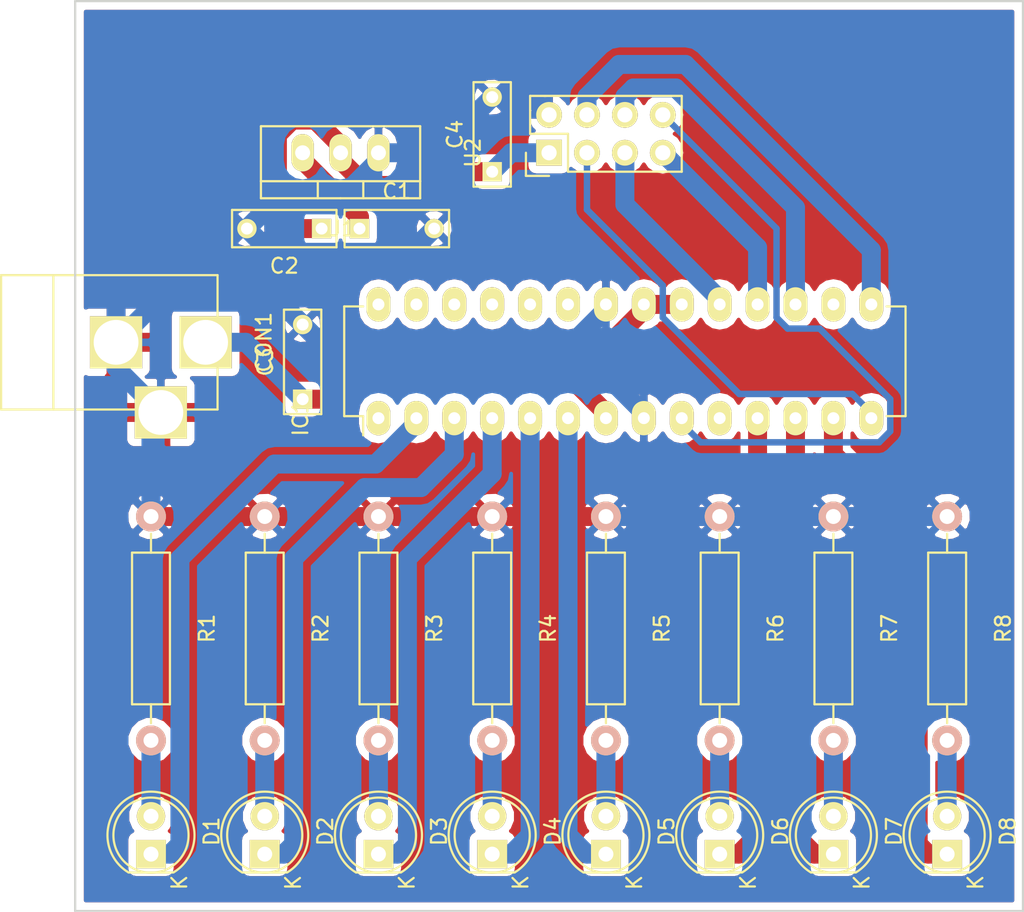
<source format=kicad_pcb>
(kicad_pcb (version 4) (host pcbnew "(2015-12-07 BZR 6352)-product")

  (general
    (links 48)
    (no_connects 1)
    (area -5.340421 -61.035001 63.575001 0.075001)
    (thickness 1.6)
    (drawings 4)
    (tracks 149)
    (zones 0)
    (modules 24)
    (nets 35)
  )

  (page A4)
  (layers
    (0 F.Cu signal)
    (31 B.Cu signal)
    (32 B.Adhes user)
    (33 F.Adhes user)
    (34 B.Paste user)
    (35 F.Paste user)
    (36 B.SilkS user)
    (37 F.SilkS user)
    (38 B.Mask user)
    (39 F.Mask user)
    (40 Dwgs.User user)
    (41 Cmts.User user)
    (42 Eco1.User user)
    (43 Eco2.User user)
    (44 Edge.Cuts user)
    (45 Margin user)
    (46 B.CrtYd user)
    (47 F.CrtYd user)
    (48 B.Fab user)
    (49 F.Fab user)
  )

  (setup
    (last_trace_width 0.254)
    (user_trace_width 0.3302)
    (user_trace_width 0.381)
    (user_trace_width 0.508)
    (user_trace_width 0.635)
    (user_trace_width 1.27)
    (user_trace_width 2.54)
    (trace_clearance 0.254)
    (zone_clearance 0.508)
    (zone_45_only no)
    (trace_min 0.2)
    (segment_width 0.2)
    (edge_width 0.15)
    (via_size 0.6)
    (via_drill 0.4)
    (via_min_size 0.4)
    (via_min_drill 0.3)
    (uvia_size 0.3)
    (uvia_drill 0.1)
    (uvias_allowed no)
    (uvia_min_size 0)
    (uvia_min_drill 0)
    (pcb_text_width 0.3)
    (pcb_text_size 1.5 1.5)
    (mod_edge_width 0.15)
    (mod_text_size 1 1)
    (mod_text_width 0.15)
    (pad_size 3.50012 3.50012)
    (pad_drill 2.99974)
    (pad_to_mask_clearance 0.2)
    (aux_axis_origin 0 0)
    (visible_elements FFFFFF7F)
    (pcbplotparams
      (layerselection 0x01000_80000001)
      (usegerberextensions false)
      (excludeedgelayer true)
      (linewidth 0.100000)
      (plotframeref false)
      (viasonmask false)
      (mode 1)
      (useauxorigin false)
      (hpglpennumber 1)
      (hpglpenspeed 20)
      (hpglpendiameter 15)
      (hpglpenoverlay 2)
      (psnegative false)
      (psa4output false)
      (plotreference true)
      (plotvalue true)
      (plotinvisibletext false)
      (padsonsilk false)
      (subtractmaskfromsilk false)
      (outputformat 1)
      (mirror false)
      (drillshape 0)
      (scaleselection 1)
      (outputdirectory ""))
  )

  (net 0 "")
  (net 1 +5V)
  (net 2 GND)
  (net 3 +3V3)
  (net 4 "Net-(CON2-Pad1)")
  (net 5 "Net-(CON2-Pad3)")
  (net 6 "Net-(CON2-Pad4)")
  (net 7 "Net-(CON2-Pad5)")
  (net 8 "Net-(D1-Pad2)")
  (net 9 "Net-(D2-Pad2)")
  (net 10 "Net-(D3-Pad2)")
  (net 11 "Net-(D4-Pad2)")
  (net 12 "Net-(D5-Pad2)")
  (net 13 "Net-(D6-Pad2)")
  (net 14 "Net-(D7-Pad2)")
  (net 15 "Net-(D8-Pad2)")
  (net 16 "Net-(IC1-Pad9)")
  (net 17 "Net-(IC1-Pad10)")
  (net 18 "Net-(IC1-Pad14)")
  (net 19 "Net-(IC1-Pad15)")
  (net 20 "Net-(IC1-Pad16)")
  (net 21 "Net-(IC1-Pad23)")
  (net 22 "Net-(IC1-Pad24)")
  (net 23 "Net-(IC1-Pad25)")
  (net 24 "Net-(IC1-Pad26)")
  (net 25 "Net-(IC1-Pad27)")
  (net 26 "Net-(IC1-Pad28)")
  (net 27 /D0)
  (net 28 /D1)
  (net 29 /D2)
  (net 30 /D3)
  (net 31 /D4)
  (net 32 /D5)
  (net 33 /D6)
  (net 34 /D7)

  (net_class Default "This is the default net class."
    (clearance 0.254)
    (trace_width 0.254)
    (via_dia 0.6)
    (via_drill 0.4)
    (uvia_dia 0.3)
    (uvia_drill 0.1)
    (add_net +3V3)
    (add_net +5V)
    (add_net /D0)
    (add_net /D1)
    (add_net /D2)
    (add_net /D3)
    (add_net /D4)
    (add_net /D5)
    (add_net /D6)
    (add_net /D7)
    (add_net GND)
    (add_net "Net-(CON2-Pad1)")
    (add_net "Net-(CON2-Pad3)")
    (add_net "Net-(CON2-Pad4)")
    (add_net "Net-(CON2-Pad5)")
    (add_net "Net-(D1-Pad2)")
    (add_net "Net-(D2-Pad2)")
    (add_net "Net-(D3-Pad2)")
    (add_net "Net-(D4-Pad2)")
    (add_net "Net-(D5-Pad2)")
    (add_net "Net-(D6-Pad2)")
    (add_net "Net-(D7-Pad2)")
    (add_net "Net-(D8-Pad2)")
    (add_net "Net-(IC1-Pad10)")
    (add_net "Net-(IC1-Pad14)")
    (add_net "Net-(IC1-Pad15)")
    (add_net "Net-(IC1-Pad16)")
    (add_net "Net-(IC1-Pad23)")
    (add_net "Net-(IC1-Pad24)")
    (add_net "Net-(IC1-Pad25)")
    (add_net "Net-(IC1-Pad26)")
    (add_net "Net-(IC1-Pad27)")
    (add_net "Net-(IC1-Pad28)")
    (add_net "Net-(IC1-Pad9)")
  )

  (module Capacitors_ThroughHole:C_Rect_L7_W2.5_P5 (layer F.Cu) (tedit 0) (tstamp 56B55D45)
    (at 19.05 -45.72)
    (descr "Film Capacitor Length 7mm x Width 2.5mm, Pitch 5mm")
    (tags Capacitor)
    (path /56B55E23)
    (fp_text reference C1 (at 2.5 -2.5) (layer F.SilkS)
      (effects (font (size 1 1) (thickness 0.15)))
    )
    (fp_text value .47u (at 2.5 2.5) (layer F.Fab)
      (effects (font (size 1 1) (thickness 0.15)))
    )
    (fp_line (start -1.25 -1.5) (end 6.25 -1.5) (layer F.CrtYd) (width 0.05))
    (fp_line (start 6.25 -1.5) (end 6.25 1.5) (layer F.CrtYd) (width 0.05))
    (fp_line (start 6.25 1.5) (end -1.25 1.5) (layer F.CrtYd) (width 0.05))
    (fp_line (start -1.25 1.5) (end -1.25 -1.5) (layer F.CrtYd) (width 0.05))
    (fp_line (start -1 -1.25) (end 6 -1.25) (layer F.SilkS) (width 0.15))
    (fp_line (start 6 -1.25) (end 6 1.25) (layer F.SilkS) (width 0.15))
    (fp_line (start 6 1.25) (end -1 1.25) (layer F.SilkS) (width 0.15))
    (fp_line (start -1 1.25) (end -1 -1.25) (layer F.SilkS) (width 0.15))
    (pad 1 thru_hole rect (at 0 0) (size 1.3 1.3) (drill 0.8) (layers *.Cu *.Mask F.SilkS)
      (net 1 +5V))
    (pad 2 thru_hole circle (at 5 0) (size 1.3 1.3) (drill 0.8) (layers *.Cu *.Mask F.SilkS)
      (net 2 GND))
  )

  (module Capacitors_ThroughHole:C_Rect_L7_W2.5_P5 (layer F.Cu) (tedit 0) (tstamp 56B55D4B)
    (at 16.51 -45.72 180)
    (descr "Film Capacitor Length 7mm x Width 2.5mm, Pitch 5mm")
    (tags Capacitor)
    (path /56B55E52)
    (fp_text reference C2 (at 2.5 -2.5 180) (layer F.SilkS)
      (effects (font (size 1 1) (thickness 0.15)))
    )
    (fp_text value .1u (at 2.5 2.5 180) (layer F.Fab)
      (effects (font (size 1 1) (thickness 0.15)))
    )
    (fp_line (start -1.25 -1.5) (end 6.25 -1.5) (layer F.CrtYd) (width 0.05))
    (fp_line (start 6.25 -1.5) (end 6.25 1.5) (layer F.CrtYd) (width 0.05))
    (fp_line (start 6.25 1.5) (end -1.25 1.5) (layer F.CrtYd) (width 0.05))
    (fp_line (start -1.25 1.5) (end -1.25 -1.5) (layer F.CrtYd) (width 0.05))
    (fp_line (start -1 -1.25) (end 6 -1.25) (layer F.SilkS) (width 0.15))
    (fp_line (start 6 -1.25) (end 6 1.25) (layer F.SilkS) (width 0.15))
    (fp_line (start 6 1.25) (end -1 1.25) (layer F.SilkS) (width 0.15))
    (fp_line (start -1 1.25) (end -1 -1.25) (layer F.SilkS) (width 0.15))
    (pad 1 thru_hole rect (at 0 0 180) (size 1.3 1.3) (drill 0.8) (layers *.Cu *.Mask F.SilkS)
      (net 3 +3V3))
    (pad 2 thru_hole circle (at 5 0 180) (size 1.3 1.3) (drill 0.8) (layers *.Cu *.Mask F.SilkS)
      (net 2 GND))
  )

  (module Connect:BARREL_JACK (layer F.Cu) (tedit 56B5673A) (tstamp 56B55D52)
    (at 2.54 -38.1)
    (descr "DC Barrel Jack")
    (tags "Power Jack")
    (path /56B559B0)
    (fp_text reference CON1 (at 10.09904 0 90) (layer F.SilkS)
      (effects (font (size 1 1) (thickness 0.15)))
    )
    (fp_text value BARREL_JACK (at 0 -5.99948) (layer F.Fab)
      (effects (font (size 1 1) (thickness 0.15)))
    )
    (fp_line (start -4.0005 -4.50088) (end -4.0005 4.50088) (layer F.SilkS) (width 0.15))
    (fp_line (start -7.50062 -4.50088) (end -7.50062 4.50088) (layer F.SilkS) (width 0.15))
    (fp_line (start -7.50062 4.50088) (end 7.00024 4.50088) (layer F.SilkS) (width 0.15))
    (fp_line (start 7.00024 4.50088) (end 7.00024 -4.50088) (layer F.SilkS) (width 0.15))
    (fp_line (start 7.00024 -4.50088) (end -7.50062 -4.50088) (layer F.SilkS) (width 0.15))
    (pad 1 thru_hole rect (at 6.20014 0) (size 3.50012 3.50012) (drill 2.99974) (layers *.Cu *.Mask F.SilkS)
      (net 1 +5V))
    (pad 2 thru_hole rect (at 0.20066 0) (size 3.50012 3.50012) (drill 2.99974) (layers *.Cu *.Mask F.SilkS)
      (net 2 GND))
    (pad 3 thru_hole rect (at 3.2004 4.699) (size 3.50012 3.50012) (drill 2.99974) (layers *.Cu *.Mask F.SilkS)
      (net 2 GND))
  )

  (module LEDs:LED-5MM (layer F.Cu) (tedit 5570F7EA) (tstamp 56B55D62)
    (at 5.08 -3.81 90)
    (descr "LED 5mm round vertical")
    (tags "LED 5mm round vertical")
    (path /56B56C61)
    (fp_text reference D1 (at 1.524 4.064 90) (layer F.SilkS)
      (effects (font (size 1 1) (thickness 0.15)))
    )
    (fp_text value LED (at 1.524 -3.937 90) (layer F.Fab)
      (effects (font (size 1 1) (thickness 0.15)))
    )
    (fp_line (start -1.5 -1.55) (end -1.5 1.55) (layer F.CrtYd) (width 0.05))
    (fp_arc (start 1.3 0) (end -1.5 1.55) (angle -302) (layer F.CrtYd) (width 0.05))
    (fp_arc (start 1.27 0) (end -1.23 -1.5) (angle 297.5) (layer F.SilkS) (width 0.15))
    (fp_line (start -1.23 1.5) (end -1.23 -1.5) (layer F.SilkS) (width 0.15))
    (fp_circle (center 1.27 0) (end 0.97 -2.5) (layer F.SilkS) (width 0.15))
    (fp_text user K (at -1.905 1.905 90) (layer F.SilkS)
      (effects (font (size 1 1) (thickness 0.15)))
    )
    (pad 1 thru_hole rect (at 0 0 180) (size 2 1.9) (drill 1.00076) (layers *.Cu *.Mask F.SilkS)
      (net 27 /D0))
    (pad 2 thru_hole circle (at 2.54 0 90) (size 1.9 1.9) (drill 1.00076) (layers *.Cu *.Mask F.SilkS)
      (net 8 "Net-(D1-Pad2)"))
    (model LEDs.3dshapes/LED-5MM.wrl
      (at (xyz 0.05 0 0))
      (scale (xyz 1 1 1))
      (rotate (xyz 0 0 90))
    )
  )

  (module LEDs:LED-5MM (layer F.Cu) (tedit 5570F7EA) (tstamp 56B55D68)
    (at 12.7 -3.81 90)
    (descr "LED 5mm round vertical")
    (tags "LED 5mm round vertical")
    (path /56B56D68)
    (fp_text reference D2 (at 1.524 4.064 90) (layer F.SilkS)
      (effects (font (size 1 1) (thickness 0.15)))
    )
    (fp_text value LED (at 1.524 -3.937 90) (layer F.Fab)
      (effects (font (size 1 1) (thickness 0.15)))
    )
    (fp_line (start -1.5 -1.55) (end -1.5 1.55) (layer F.CrtYd) (width 0.05))
    (fp_arc (start 1.3 0) (end -1.5 1.55) (angle -302) (layer F.CrtYd) (width 0.05))
    (fp_arc (start 1.27 0) (end -1.23 -1.5) (angle 297.5) (layer F.SilkS) (width 0.15))
    (fp_line (start -1.23 1.5) (end -1.23 -1.5) (layer F.SilkS) (width 0.15))
    (fp_circle (center 1.27 0) (end 0.97 -2.5) (layer F.SilkS) (width 0.15))
    (fp_text user K (at -1.905 1.905 90) (layer F.SilkS)
      (effects (font (size 1 1) (thickness 0.15)))
    )
    (pad 1 thru_hole rect (at 0 0 180) (size 2 1.9) (drill 1.00076) (layers *.Cu *.Mask F.SilkS)
      (net 28 /D1))
    (pad 2 thru_hole circle (at 2.54 0 90) (size 1.9 1.9) (drill 1.00076) (layers *.Cu *.Mask F.SilkS)
      (net 9 "Net-(D2-Pad2)"))
    (model LEDs.3dshapes/LED-5MM.wrl
      (at (xyz 0.05 0 0))
      (scale (xyz 1 1 1))
      (rotate (xyz 0 0 90))
    )
  )

  (module LEDs:LED-5MM (layer F.Cu) (tedit 5570F7EA) (tstamp 56B55D6E)
    (at 20.32 -3.81 90)
    (descr "LED 5mm round vertical")
    (tags "LED 5mm round vertical")
    (path /56B56D9F)
    (fp_text reference D3 (at 1.524 4.064 90) (layer F.SilkS)
      (effects (font (size 1 1) (thickness 0.15)))
    )
    (fp_text value LED (at 1.524 -3.937 90) (layer F.Fab)
      (effects (font (size 1 1) (thickness 0.15)))
    )
    (fp_line (start -1.5 -1.55) (end -1.5 1.55) (layer F.CrtYd) (width 0.05))
    (fp_arc (start 1.3 0) (end -1.5 1.55) (angle -302) (layer F.CrtYd) (width 0.05))
    (fp_arc (start 1.27 0) (end -1.23 -1.5) (angle 297.5) (layer F.SilkS) (width 0.15))
    (fp_line (start -1.23 1.5) (end -1.23 -1.5) (layer F.SilkS) (width 0.15))
    (fp_circle (center 1.27 0) (end 0.97 -2.5) (layer F.SilkS) (width 0.15))
    (fp_text user K (at -1.905 1.905 90) (layer F.SilkS)
      (effects (font (size 1 1) (thickness 0.15)))
    )
    (pad 1 thru_hole rect (at 0 0 180) (size 2 1.9) (drill 1.00076) (layers *.Cu *.Mask F.SilkS)
      (net 29 /D2))
    (pad 2 thru_hole circle (at 2.54 0 90) (size 1.9 1.9) (drill 1.00076) (layers *.Cu *.Mask F.SilkS)
      (net 10 "Net-(D3-Pad2)"))
    (model LEDs.3dshapes/LED-5MM.wrl
      (at (xyz 0.05 0 0))
      (scale (xyz 1 1 1))
      (rotate (xyz 0 0 90))
    )
  )

  (module LEDs:LED-5MM (layer F.Cu) (tedit 5570F7EA) (tstamp 56B55D74)
    (at 27.94 -3.81 90)
    (descr "LED 5mm round vertical")
    (tags "LED 5mm round vertical")
    (path /56B56DDF)
    (fp_text reference D4 (at 1.524 4.064 90) (layer F.SilkS)
      (effects (font (size 1 1) (thickness 0.15)))
    )
    (fp_text value LED (at 1.524 -3.937 90) (layer F.Fab)
      (effects (font (size 1 1) (thickness 0.15)))
    )
    (fp_line (start -1.5 -1.55) (end -1.5 1.55) (layer F.CrtYd) (width 0.05))
    (fp_arc (start 1.3 0) (end -1.5 1.55) (angle -302) (layer F.CrtYd) (width 0.05))
    (fp_arc (start 1.27 0) (end -1.23 -1.5) (angle 297.5) (layer F.SilkS) (width 0.15))
    (fp_line (start -1.23 1.5) (end -1.23 -1.5) (layer F.SilkS) (width 0.15))
    (fp_circle (center 1.27 0) (end 0.97 -2.5) (layer F.SilkS) (width 0.15))
    (fp_text user K (at -1.905 1.905 90) (layer F.SilkS)
      (effects (font (size 1 1) (thickness 0.15)))
    )
    (pad 1 thru_hole rect (at 0 0 180) (size 2 1.9) (drill 1.00076) (layers *.Cu *.Mask F.SilkS)
      (net 30 /D3))
    (pad 2 thru_hole circle (at 2.54 0 90) (size 1.9 1.9) (drill 1.00076) (layers *.Cu *.Mask F.SilkS)
      (net 11 "Net-(D4-Pad2)"))
    (model LEDs.3dshapes/LED-5MM.wrl
      (at (xyz 0.05 0 0))
      (scale (xyz 1 1 1))
      (rotate (xyz 0 0 90))
    )
  )

  (module LEDs:LED-5MM (layer F.Cu) (tedit 5570F7EA) (tstamp 56B55D7A)
    (at 35.56 -3.81 90)
    (descr "LED 5mm round vertical")
    (tags "LED 5mm round vertical")
    (path /56B56E47)
    (fp_text reference D5 (at 1.524 4.064 90) (layer F.SilkS)
      (effects (font (size 1 1) (thickness 0.15)))
    )
    (fp_text value LED (at 1.524 -3.937 90) (layer F.Fab)
      (effects (font (size 1 1) (thickness 0.15)))
    )
    (fp_line (start -1.5 -1.55) (end -1.5 1.55) (layer F.CrtYd) (width 0.05))
    (fp_arc (start 1.3 0) (end -1.5 1.55) (angle -302) (layer F.CrtYd) (width 0.05))
    (fp_arc (start 1.27 0) (end -1.23 -1.5) (angle 297.5) (layer F.SilkS) (width 0.15))
    (fp_line (start -1.23 1.5) (end -1.23 -1.5) (layer F.SilkS) (width 0.15))
    (fp_circle (center 1.27 0) (end 0.97 -2.5) (layer F.SilkS) (width 0.15))
    (fp_text user K (at -1.905 1.905 90) (layer F.SilkS)
      (effects (font (size 1 1) (thickness 0.15)))
    )
    (pad 1 thru_hole rect (at 0 0 180) (size 2 1.9) (drill 1.00076) (layers *.Cu *.Mask F.SilkS)
      (net 31 /D4))
    (pad 2 thru_hole circle (at 2.54 0 90) (size 1.9 1.9) (drill 1.00076) (layers *.Cu *.Mask F.SilkS)
      (net 12 "Net-(D5-Pad2)"))
    (model LEDs.3dshapes/LED-5MM.wrl
      (at (xyz 0.05 0 0))
      (scale (xyz 1 1 1))
      (rotate (xyz 0 0 90))
    )
  )

  (module LEDs:LED-5MM (layer F.Cu) (tedit 5570F7EA) (tstamp 56B55D80)
    (at 43.18 -3.81 90)
    (descr "LED 5mm round vertical")
    (tags "LED 5mm round vertical")
    (path /56B56E83)
    (fp_text reference D6 (at 1.524 4.064 90) (layer F.SilkS)
      (effects (font (size 1 1) (thickness 0.15)))
    )
    (fp_text value LED (at 1.524 -3.937 90) (layer F.Fab)
      (effects (font (size 1 1) (thickness 0.15)))
    )
    (fp_line (start -1.5 -1.55) (end -1.5 1.55) (layer F.CrtYd) (width 0.05))
    (fp_arc (start 1.3 0) (end -1.5 1.55) (angle -302) (layer F.CrtYd) (width 0.05))
    (fp_arc (start 1.27 0) (end -1.23 -1.5) (angle 297.5) (layer F.SilkS) (width 0.15))
    (fp_line (start -1.23 1.5) (end -1.23 -1.5) (layer F.SilkS) (width 0.15))
    (fp_circle (center 1.27 0) (end 0.97 -2.5) (layer F.SilkS) (width 0.15))
    (fp_text user K (at -1.905 1.905 90) (layer F.SilkS)
      (effects (font (size 1 1) (thickness 0.15)))
    )
    (pad 1 thru_hole rect (at 0 0 180) (size 2 1.9) (drill 1.00076) (layers *.Cu *.Mask F.SilkS)
      (net 32 /D5))
    (pad 2 thru_hole circle (at 2.54 0 90) (size 1.9 1.9) (drill 1.00076) (layers *.Cu *.Mask F.SilkS)
      (net 13 "Net-(D6-Pad2)"))
    (model LEDs.3dshapes/LED-5MM.wrl
      (at (xyz 0.05 0 0))
      (scale (xyz 1 1 1))
      (rotate (xyz 0 0 90))
    )
  )

  (module LEDs:LED-5MM (layer F.Cu) (tedit 5570F7EA) (tstamp 56B55D86)
    (at 50.8 -3.81 90)
    (descr "LED 5mm round vertical")
    (tags "LED 5mm round vertical")
    (path /56B56EC2)
    (fp_text reference D7 (at 1.524 4.064 90) (layer F.SilkS)
      (effects (font (size 1 1) (thickness 0.15)))
    )
    (fp_text value LED (at 1.524 -3.937 90) (layer F.Fab)
      (effects (font (size 1 1) (thickness 0.15)))
    )
    (fp_line (start -1.5 -1.55) (end -1.5 1.55) (layer F.CrtYd) (width 0.05))
    (fp_arc (start 1.3 0) (end -1.5 1.55) (angle -302) (layer F.CrtYd) (width 0.05))
    (fp_arc (start 1.27 0) (end -1.23 -1.5) (angle 297.5) (layer F.SilkS) (width 0.15))
    (fp_line (start -1.23 1.5) (end -1.23 -1.5) (layer F.SilkS) (width 0.15))
    (fp_circle (center 1.27 0) (end 0.97 -2.5) (layer F.SilkS) (width 0.15))
    (fp_text user K (at -1.905 1.905 90) (layer F.SilkS)
      (effects (font (size 1 1) (thickness 0.15)))
    )
    (pad 1 thru_hole rect (at 0 0 180) (size 2 1.9) (drill 1.00076) (layers *.Cu *.Mask F.SilkS)
      (net 33 /D6))
    (pad 2 thru_hole circle (at 2.54 0 90) (size 1.9 1.9) (drill 1.00076) (layers *.Cu *.Mask F.SilkS)
      (net 14 "Net-(D7-Pad2)"))
    (model LEDs.3dshapes/LED-5MM.wrl
      (at (xyz 0.05 0 0))
      (scale (xyz 1 1 1))
      (rotate (xyz 0 0 90))
    )
  )

  (module LEDs:LED-5MM (layer F.Cu) (tedit 5570F7EA) (tstamp 56B55D8C)
    (at 58.42 -3.81 90)
    (descr "LED 5mm round vertical")
    (tags "LED 5mm round vertical")
    (path /56B56FAE)
    (fp_text reference D8 (at 1.524 4.064 90) (layer F.SilkS)
      (effects (font (size 1 1) (thickness 0.15)))
    )
    (fp_text value LED (at 1.524 -3.937 90) (layer F.Fab)
      (effects (font (size 1 1) (thickness 0.15)))
    )
    (fp_line (start -1.5 -1.55) (end -1.5 1.55) (layer F.CrtYd) (width 0.05))
    (fp_arc (start 1.3 0) (end -1.5 1.55) (angle -302) (layer F.CrtYd) (width 0.05))
    (fp_arc (start 1.27 0) (end -1.23 -1.5) (angle 297.5) (layer F.SilkS) (width 0.15))
    (fp_line (start -1.23 1.5) (end -1.23 -1.5) (layer F.SilkS) (width 0.15))
    (fp_circle (center 1.27 0) (end 0.97 -2.5) (layer F.SilkS) (width 0.15))
    (fp_text user K (at -1.905 1.905 90) (layer F.SilkS)
      (effects (font (size 1 1) (thickness 0.15)))
    )
    (pad 1 thru_hole rect (at 0 0 180) (size 2 1.9) (drill 1.00076) (layers *.Cu *.Mask F.SilkS)
      (net 34 /D7))
    (pad 2 thru_hole circle (at 2.54 0 90) (size 1.9 1.9) (drill 1.00076) (layers *.Cu *.Mask F.SilkS)
      (net 15 "Net-(D8-Pad2)"))
    (model LEDs.3dshapes/LED-5MM.wrl
      (at (xyz 0.05 0 0))
      (scale (xyz 1 1 1))
      (rotate (xyz 0 0 90))
    )
  )

  (module Housings_DIP:DIP-28_W7.62mm_LongPads (layer F.Cu) (tedit 54130A77) (tstamp 56B55DAC)
    (at 20.32 -33.02 90)
    (descr "28-lead dip package, row spacing 7.62 mm (300 mils), longer pads")
    (tags "dil dip 2.54 300")
    (path /56B54A92)
    (fp_text reference IC1 (at 0 -5.22 90) (layer F.SilkS)
      (effects (font (size 1 1) (thickness 0.15)))
    )
    (fp_text value ATMEGA328P-P (at 0 -3.72 90) (layer F.Fab)
      (effects (font (size 1 1) (thickness 0.15)))
    )
    (fp_line (start -1.4 -2.45) (end -1.4 35.5) (layer F.CrtYd) (width 0.05))
    (fp_line (start 9 -2.45) (end 9 35.5) (layer F.CrtYd) (width 0.05))
    (fp_line (start -1.4 -2.45) (end 9 -2.45) (layer F.CrtYd) (width 0.05))
    (fp_line (start -1.4 35.5) (end 9 35.5) (layer F.CrtYd) (width 0.05))
    (fp_line (start 0.135 -2.295) (end 0.135 -1.025) (layer F.SilkS) (width 0.15))
    (fp_line (start 7.485 -2.295) (end 7.485 -1.025) (layer F.SilkS) (width 0.15))
    (fp_line (start 7.485 35.315) (end 7.485 34.045) (layer F.SilkS) (width 0.15))
    (fp_line (start 0.135 35.315) (end 0.135 34.045) (layer F.SilkS) (width 0.15))
    (fp_line (start 0.135 -2.295) (end 7.485 -2.295) (layer F.SilkS) (width 0.15))
    (fp_line (start 0.135 35.315) (end 7.485 35.315) (layer F.SilkS) (width 0.15))
    (fp_line (start 0.135 -1.025) (end -1.15 -1.025) (layer F.SilkS) (width 0.15))
    (pad 1 thru_hole oval (at 0 0 90) (size 2.3 1.6) (drill 0.8) (layers *.Cu *.Mask F.SilkS)
      (net 7 "Net-(CON2-Pad5)"))
    (pad 2 thru_hole oval (at 0 2.54 90) (size 2.3 1.6) (drill 0.8) (layers *.Cu *.Mask F.SilkS)
      (net 27 /D0))
    (pad 3 thru_hole oval (at 0 5.08 90) (size 2.3 1.6) (drill 0.8) (layers *.Cu *.Mask F.SilkS)
      (net 28 /D1))
    (pad 4 thru_hole oval (at 0 7.62 90) (size 2.3 1.6) (drill 0.8) (layers *.Cu *.Mask F.SilkS)
      (net 29 /D2))
    (pad 5 thru_hole oval (at 0 10.16 90) (size 2.3 1.6) (drill 0.8) (layers *.Cu *.Mask F.SilkS)
      (net 30 /D3))
    (pad 6 thru_hole oval (at 0 12.7 90) (size 2.3 1.6) (drill 0.8) (layers *.Cu *.Mask F.SilkS)
      (net 31 /D4))
    (pad 7 thru_hole oval (at 0 15.24 90) (size 2.3 1.6) (drill 0.8) (layers *.Cu *.Mask F.SilkS)
      (net 1 +5V))
    (pad 8 thru_hole oval (at 0 17.78 90) (size 2.3 1.6) (drill 0.8) (layers *.Cu *.Mask F.SilkS)
      (net 2 GND))
    (pad 9 thru_hole oval (at 0 20.32 90) (size 2.3 1.6) (drill 0.8) (layers *.Cu *.Mask F.SilkS)
      (net 16 "Net-(IC1-Pad9)"))
    (pad 10 thru_hole oval (at 0 22.86 90) (size 2.3 1.6) (drill 0.8) (layers *.Cu *.Mask F.SilkS)
      (net 17 "Net-(IC1-Pad10)"))
    (pad 11 thru_hole oval (at 0 25.4 90) (size 2.3 1.6) (drill 0.8) (layers *.Cu *.Mask F.SilkS)
      (net 32 /D5))
    (pad 12 thru_hole oval (at 0 27.94 90) (size 2.3 1.6) (drill 0.8) (layers *.Cu *.Mask F.SilkS)
      (net 33 /D6))
    (pad 13 thru_hole oval (at 0 30.48 90) (size 2.3 1.6) (drill 0.8) (layers *.Cu *.Mask F.SilkS)
      (net 34 /D7))
    (pad 14 thru_hole oval (at 0 33.02 90) (size 2.3 1.6) (drill 0.8) (layers *.Cu *.Mask F.SilkS)
      (net 18 "Net-(IC1-Pad14)"))
    (pad 15 thru_hole oval (at 7.62 33.02 90) (size 2.3 1.6) (drill 0.8) (layers *.Cu *.Mask F.SilkS)
      (net 19 "Net-(IC1-Pad15)"))
    (pad 16 thru_hole oval (at 7.62 30.48 90) (size 2.3 1.6) (drill 0.8) (layers *.Cu *.Mask F.SilkS)
      (net 20 "Net-(IC1-Pad16)"))
    (pad 17 thru_hole oval (at 7.62 27.94 90) (size 2.3 1.6) (drill 0.8) (layers *.Cu *.Mask F.SilkS)
      (net 6 "Net-(CON2-Pad4)"))
    (pad 18 thru_hole oval (at 7.62 25.4 90) (size 2.3 1.6) (drill 0.8) (layers *.Cu *.Mask F.SilkS)
      (net 4 "Net-(CON2-Pad1)"))
    (pad 19 thru_hole oval (at 7.62 22.86 90) (size 2.3 1.6) (drill 0.8) (layers *.Cu *.Mask F.SilkS)
      (net 5 "Net-(CON2-Pad3)"))
    (pad 20 thru_hole oval (at 7.62 20.32 90) (size 2.3 1.6) (drill 0.8) (layers *.Cu *.Mask F.SilkS)
      (net 1 +5V))
    (pad 21 thru_hole oval (at 7.62 17.78 90) (size 2.3 1.6) (drill 0.8) (layers *.Cu *.Mask F.SilkS)
      (net 1 +5V))
    (pad 22 thru_hole oval (at 7.62 15.24 90) (size 2.3 1.6) (drill 0.8) (layers *.Cu *.Mask F.SilkS)
      (net 2 GND))
    (pad 23 thru_hole oval (at 7.62 12.7 90) (size 2.3 1.6) (drill 0.8) (layers *.Cu *.Mask F.SilkS)
      (net 21 "Net-(IC1-Pad23)"))
    (pad 24 thru_hole oval (at 7.62 10.16 90) (size 2.3 1.6) (drill 0.8) (layers *.Cu *.Mask F.SilkS)
      (net 22 "Net-(IC1-Pad24)"))
    (pad 25 thru_hole oval (at 7.62 7.62 90) (size 2.3 1.6) (drill 0.8) (layers *.Cu *.Mask F.SilkS)
      (net 23 "Net-(IC1-Pad25)"))
    (pad 26 thru_hole oval (at 7.62 5.08 90) (size 2.3 1.6) (drill 0.8) (layers *.Cu *.Mask F.SilkS)
      (net 24 "Net-(IC1-Pad26)"))
    (pad 27 thru_hole oval (at 7.62 2.54 90) (size 2.3 1.6) (drill 0.8) (layers *.Cu *.Mask F.SilkS)
      (net 25 "Net-(IC1-Pad27)"))
    (pad 28 thru_hole oval (at 7.62 0 90) (size 2.3 1.6) (drill 0.8) (layers *.Cu *.Mask F.SilkS)
      (net 26 "Net-(IC1-Pad28)"))
    (model Housings_DIP.3dshapes/DIP-28_W7.62mm_LongPads.wrl
      (at (xyz 0 0 0))
      (scale (xyz 1 1 1))
      (rotate (xyz 0 0 0))
    )
  )

  (module Resistors_ThroughHole:Resistor_Horizontal_RM15mm (layer F.Cu) (tedit 53F56292) (tstamp 56B55DB2)
    (at 5.08 -18.93 270)
    (descr "Resistor, Axial, RM 15mm,")
    (tags "Resistor, Axial, RM 15mm,")
    (path /56B5708B)
    (fp_text reference R1 (at 0 -3.74904 270) (layer F.SilkS)
      (effects (font (size 1 1) (thickness 0.15)))
    )
    (fp_text value 1k (at 0 4.0005 270) (layer F.Fab)
      (effects (font (size 1 1) (thickness 0.15)))
    )
    (fp_line (start -5.08 -1.27) (end -5.08 1.27) (layer F.SilkS) (width 0.15))
    (fp_line (start -5.08 1.27) (end 5.08 1.27) (layer F.SilkS) (width 0.15))
    (fp_line (start 5.08 1.27) (end 5.08 -1.27) (layer F.SilkS) (width 0.15))
    (fp_line (start 5.08 -1.27) (end -5.08 -1.27) (layer F.SilkS) (width 0.15))
    (fp_line (start 6.35 0) (end 5.08 0) (layer F.SilkS) (width 0.15))
    (fp_line (start -6.35 0) (end -5.08 0) (layer F.SilkS) (width 0.15))
    (pad 1 thru_hole circle (at -7.5 0 270) (size 1.99898 1.99898) (drill 1.00076) (layers *.Cu *.SilkS *.Mask)
      (net 2 GND))
    (pad 2 thru_hole circle (at 7.5 0 270) (size 1.99898 1.99898) (drill 1.00076) (layers *.Cu *.SilkS *.Mask)
      (net 8 "Net-(D1-Pad2)"))
    (model Resistors_ThroughHole.3dshapes/Resistor_Horizontal_RM15mm.wrl
      (at (xyz 0 0 0))
      (scale (xyz 0.4 0.4 0.4))
      (rotate (xyz 0 0 0))
    )
  )

  (module Resistors_ThroughHole:Resistor_Horizontal_RM15mm (layer F.Cu) (tedit 53F56292) (tstamp 56B55DB8)
    (at 12.7 -18.93 270)
    (descr "Resistor, Axial, RM 15mm,")
    (tags "Resistor, Axial, RM 15mm,")
    (path /56B5712D)
    (fp_text reference R2 (at 0 -3.74904 270) (layer F.SilkS)
      (effects (font (size 1 1) (thickness 0.15)))
    )
    (fp_text value 1k (at 0 4.0005 270) (layer F.Fab)
      (effects (font (size 1 1) (thickness 0.15)))
    )
    (fp_line (start -5.08 -1.27) (end -5.08 1.27) (layer F.SilkS) (width 0.15))
    (fp_line (start -5.08 1.27) (end 5.08 1.27) (layer F.SilkS) (width 0.15))
    (fp_line (start 5.08 1.27) (end 5.08 -1.27) (layer F.SilkS) (width 0.15))
    (fp_line (start 5.08 -1.27) (end -5.08 -1.27) (layer F.SilkS) (width 0.15))
    (fp_line (start 6.35 0) (end 5.08 0) (layer F.SilkS) (width 0.15))
    (fp_line (start -6.35 0) (end -5.08 0) (layer F.SilkS) (width 0.15))
    (pad 1 thru_hole circle (at -7.5 0 270) (size 1.99898 1.99898) (drill 1.00076) (layers *.Cu *.SilkS *.Mask)
      (net 2 GND))
    (pad 2 thru_hole circle (at 7.5 0 270) (size 1.99898 1.99898) (drill 1.00076) (layers *.Cu *.SilkS *.Mask)
      (net 9 "Net-(D2-Pad2)"))
    (model Resistors_ThroughHole.3dshapes/Resistor_Horizontal_RM15mm.wrl
      (at (xyz 0 0 0))
      (scale (xyz 0.4 0.4 0.4))
      (rotate (xyz 0 0 0))
    )
  )

  (module Resistors_ThroughHole:Resistor_Horizontal_RM15mm (layer F.Cu) (tedit 53F56292) (tstamp 56B55DBE)
    (at 20.32 -18.93 270)
    (descr "Resistor, Axial, RM 15mm,")
    (tags "Resistor, Axial, RM 15mm,")
    (path /56B57178)
    (fp_text reference R3 (at 0 -3.74904 270) (layer F.SilkS)
      (effects (font (size 1 1) (thickness 0.15)))
    )
    (fp_text value 1k (at 0 4.0005 270) (layer F.Fab)
      (effects (font (size 1 1) (thickness 0.15)))
    )
    (fp_line (start -5.08 -1.27) (end -5.08 1.27) (layer F.SilkS) (width 0.15))
    (fp_line (start -5.08 1.27) (end 5.08 1.27) (layer F.SilkS) (width 0.15))
    (fp_line (start 5.08 1.27) (end 5.08 -1.27) (layer F.SilkS) (width 0.15))
    (fp_line (start 5.08 -1.27) (end -5.08 -1.27) (layer F.SilkS) (width 0.15))
    (fp_line (start 6.35 0) (end 5.08 0) (layer F.SilkS) (width 0.15))
    (fp_line (start -6.35 0) (end -5.08 0) (layer F.SilkS) (width 0.15))
    (pad 1 thru_hole circle (at -7.5 0 270) (size 1.99898 1.99898) (drill 1.00076) (layers *.Cu *.SilkS *.Mask)
      (net 2 GND))
    (pad 2 thru_hole circle (at 7.5 0 270) (size 1.99898 1.99898) (drill 1.00076) (layers *.Cu *.SilkS *.Mask)
      (net 10 "Net-(D3-Pad2)"))
    (model Resistors_ThroughHole.3dshapes/Resistor_Horizontal_RM15mm.wrl
      (at (xyz 0 0 0))
      (scale (xyz 0.4 0.4 0.4))
      (rotate (xyz 0 0 0))
    )
  )

  (module Resistors_ThroughHole:Resistor_Horizontal_RM15mm (layer F.Cu) (tedit 53F56292) (tstamp 56B55DC4)
    (at 27.94 -18.93 270)
    (descr "Resistor, Axial, RM 15mm,")
    (tags "Resistor, Axial, RM 15mm,")
    (path /56B571CE)
    (fp_text reference R4 (at 0 -3.74904 270) (layer F.SilkS)
      (effects (font (size 1 1) (thickness 0.15)))
    )
    (fp_text value 1k (at 0 4.0005 270) (layer F.Fab)
      (effects (font (size 1 1) (thickness 0.15)))
    )
    (fp_line (start -5.08 -1.27) (end -5.08 1.27) (layer F.SilkS) (width 0.15))
    (fp_line (start -5.08 1.27) (end 5.08 1.27) (layer F.SilkS) (width 0.15))
    (fp_line (start 5.08 1.27) (end 5.08 -1.27) (layer F.SilkS) (width 0.15))
    (fp_line (start 5.08 -1.27) (end -5.08 -1.27) (layer F.SilkS) (width 0.15))
    (fp_line (start 6.35 0) (end 5.08 0) (layer F.SilkS) (width 0.15))
    (fp_line (start -6.35 0) (end -5.08 0) (layer F.SilkS) (width 0.15))
    (pad 1 thru_hole circle (at -7.5 0 270) (size 1.99898 1.99898) (drill 1.00076) (layers *.Cu *.SilkS *.Mask)
      (net 2 GND))
    (pad 2 thru_hole circle (at 7.5 0 270) (size 1.99898 1.99898) (drill 1.00076) (layers *.Cu *.SilkS *.Mask)
      (net 11 "Net-(D4-Pad2)"))
    (model Resistors_ThroughHole.3dshapes/Resistor_Horizontal_RM15mm.wrl
      (at (xyz 0 0 0))
      (scale (xyz 0.4 0.4 0.4))
      (rotate (xyz 0 0 0))
    )
  )

  (module Resistors_ThroughHole:Resistor_Horizontal_RM15mm (layer F.Cu) (tedit 53F56292) (tstamp 56B55DCA)
    (at 35.56 -18.93 270)
    (descr "Resistor, Axial, RM 15mm,")
    (tags "Resistor, Axial, RM 15mm,")
    (path /56B5721F)
    (fp_text reference R5 (at 0 -3.74904 270) (layer F.SilkS)
      (effects (font (size 1 1) (thickness 0.15)))
    )
    (fp_text value 1k (at 0 4.0005 270) (layer F.Fab)
      (effects (font (size 1 1) (thickness 0.15)))
    )
    (fp_line (start -5.08 -1.27) (end -5.08 1.27) (layer F.SilkS) (width 0.15))
    (fp_line (start -5.08 1.27) (end 5.08 1.27) (layer F.SilkS) (width 0.15))
    (fp_line (start 5.08 1.27) (end 5.08 -1.27) (layer F.SilkS) (width 0.15))
    (fp_line (start 5.08 -1.27) (end -5.08 -1.27) (layer F.SilkS) (width 0.15))
    (fp_line (start 6.35 0) (end 5.08 0) (layer F.SilkS) (width 0.15))
    (fp_line (start -6.35 0) (end -5.08 0) (layer F.SilkS) (width 0.15))
    (pad 1 thru_hole circle (at -7.5 0 270) (size 1.99898 1.99898) (drill 1.00076) (layers *.Cu *.SilkS *.Mask)
      (net 2 GND))
    (pad 2 thru_hole circle (at 7.5 0 270) (size 1.99898 1.99898) (drill 1.00076) (layers *.Cu *.SilkS *.Mask)
      (net 12 "Net-(D5-Pad2)"))
    (model Resistors_ThroughHole.3dshapes/Resistor_Horizontal_RM15mm.wrl
      (at (xyz 0 0 0))
      (scale (xyz 0.4 0.4 0.4))
      (rotate (xyz 0 0 0))
    )
  )

  (module Resistors_ThroughHole:Resistor_Horizontal_RM15mm (layer F.Cu) (tedit 53F56292) (tstamp 56B55DD0)
    (at 43.18 -18.93 270)
    (descr "Resistor, Axial, RM 15mm,")
    (tags "Resistor, Axial, RM 15mm,")
    (path /56B57275)
    (fp_text reference R6 (at 0 -3.74904 270) (layer F.SilkS)
      (effects (font (size 1 1) (thickness 0.15)))
    )
    (fp_text value 1k (at 0 4.0005 270) (layer F.Fab)
      (effects (font (size 1 1) (thickness 0.15)))
    )
    (fp_line (start -5.08 -1.27) (end -5.08 1.27) (layer F.SilkS) (width 0.15))
    (fp_line (start -5.08 1.27) (end 5.08 1.27) (layer F.SilkS) (width 0.15))
    (fp_line (start 5.08 1.27) (end 5.08 -1.27) (layer F.SilkS) (width 0.15))
    (fp_line (start 5.08 -1.27) (end -5.08 -1.27) (layer F.SilkS) (width 0.15))
    (fp_line (start 6.35 0) (end 5.08 0) (layer F.SilkS) (width 0.15))
    (fp_line (start -6.35 0) (end -5.08 0) (layer F.SilkS) (width 0.15))
    (pad 1 thru_hole circle (at -7.5 0 270) (size 1.99898 1.99898) (drill 1.00076) (layers *.Cu *.SilkS *.Mask)
      (net 2 GND))
    (pad 2 thru_hole circle (at 7.5 0 270) (size 1.99898 1.99898) (drill 1.00076) (layers *.Cu *.SilkS *.Mask)
      (net 13 "Net-(D6-Pad2)"))
    (model Resistors_ThroughHole.3dshapes/Resistor_Horizontal_RM15mm.wrl
      (at (xyz 0 0 0))
      (scale (xyz 0.4 0.4 0.4))
      (rotate (xyz 0 0 0))
    )
  )

  (module Resistors_ThroughHole:Resistor_Horizontal_RM15mm (layer F.Cu) (tedit 53F56292) (tstamp 56B55DD6)
    (at 50.8 -18.93 270)
    (descr "Resistor, Axial, RM 15mm,")
    (tags "Resistor, Axial, RM 15mm,")
    (path /56B572D4)
    (fp_text reference R7 (at 0 -3.74904 270) (layer F.SilkS)
      (effects (font (size 1 1) (thickness 0.15)))
    )
    (fp_text value 1k (at 0 4.0005 270) (layer F.Fab)
      (effects (font (size 1 1) (thickness 0.15)))
    )
    (fp_line (start -5.08 -1.27) (end -5.08 1.27) (layer F.SilkS) (width 0.15))
    (fp_line (start -5.08 1.27) (end 5.08 1.27) (layer F.SilkS) (width 0.15))
    (fp_line (start 5.08 1.27) (end 5.08 -1.27) (layer F.SilkS) (width 0.15))
    (fp_line (start 5.08 -1.27) (end -5.08 -1.27) (layer F.SilkS) (width 0.15))
    (fp_line (start 6.35 0) (end 5.08 0) (layer F.SilkS) (width 0.15))
    (fp_line (start -6.35 0) (end -5.08 0) (layer F.SilkS) (width 0.15))
    (pad 1 thru_hole circle (at -7.5 0 270) (size 1.99898 1.99898) (drill 1.00076) (layers *.Cu *.SilkS *.Mask)
      (net 2 GND))
    (pad 2 thru_hole circle (at 7.5 0 270) (size 1.99898 1.99898) (drill 1.00076) (layers *.Cu *.SilkS *.Mask)
      (net 14 "Net-(D7-Pad2)"))
    (model Resistors_ThroughHole.3dshapes/Resistor_Horizontal_RM15mm.wrl
      (at (xyz 0 0 0))
      (scale (xyz 0.4 0.4 0.4))
      (rotate (xyz 0 0 0))
    )
  )

  (module Resistors_ThroughHole:Resistor_Horizontal_RM15mm (layer F.Cu) (tedit 53F56292) (tstamp 56B55DDC)
    (at 58.42 -18.93 270)
    (descr "Resistor, Axial, RM 15mm,")
    (tags "Resistor, Axial, RM 15mm,")
    (path /56B5732E)
    (fp_text reference R8 (at 0 -3.74904 270) (layer F.SilkS)
      (effects (font (size 1 1) (thickness 0.15)))
    )
    (fp_text value 1k (at 0 4.0005 270) (layer F.Fab)
      (effects (font (size 1 1) (thickness 0.15)))
    )
    (fp_line (start -5.08 -1.27) (end -5.08 1.27) (layer F.SilkS) (width 0.15))
    (fp_line (start -5.08 1.27) (end 5.08 1.27) (layer F.SilkS) (width 0.15))
    (fp_line (start 5.08 1.27) (end 5.08 -1.27) (layer F.SilkS) (width 0.15))
    (fp_line (start 5.08 -1.27) (end -5.08 -1.27) (layer F.SilkS) (width 0.15))
    (fp_line (start 6.35 0) (end 5.08 0) (layer F.SilkS) (width 0.15))
    (fp_line (start -6.35 0) (end -5.08 0) (layer F.SilkS) (width 0.15))
    (pad 1 thru_hole circle (at -7.5 0 270) (size 1.99898 1.99898) (drill 1.00076) (layers *.Cu *.SilkS *.Mask)
      (net 2 GND))
    (pad 2 thru_hole circle (at 7.5 0 270) (size 1.99898 1.99898) (drill 1.00076) (layers *.Cu *.SilkS *.Mask)
      (net 15 "Net-(D8-Pad2)"))
    (model Resistors_ThroughHole.3dshapes/Resistor_Horizontal_RM15mm.wrl
      (at (xyz 0 0 0))
      (scale (xyz 0.4 0.4 0.4))
      (rotate (xyz 0 0 0))
    )
  )

  (module TO_SOT_Packages_THT:TO-220_Neutral123_Vertical (layer F.Cu) (tedit 0) (tstamp 56B55DE3)
    (at 17.78 -50.8 180)
    (descr "TO-220, Neutral, Vertical,")
    (tags "TO-220, Neutral, Vertical,")
    (path /56B55C85)
    (fp_text reference U1 (at 0 -5.08 180) (layer F.SilkS)
      (effects (font (size 1 1) (thickness 0.15)))
    )
    (fp_text value LD33V3 (at 0 3.81 180) (layer F.Fab)
      (effects (font (size 1 1) (thickness 0.15)))
    )
    (fp_line (start -1.524 -3.048) (end -1.524 -1.905) (layer F.SilkS) (width 0.15))
    (fp_line (start 1.524 -3.048) (end 1.524 -1.905) (layer F.SilkS) (width 0.15))
    (fp_line (start 5.334 -1.905) (end 5.334 1.778) (layer F.SilkS) (width 0.15))
    (fp_line (start 5.334 1.778) (end -5.334 1.778) (layer F.SilkS) (width 0.15))
    (fp_line (start -5.334 1.778) (end -5.334 -1.905) (layer F.SilkS) (width 0.15))
    (fp_line (start 5.334 -3.048) (end 5.334 -1.905) (layer F.SilkS) (width 0.15))
    (fp_line (start 5.334 -1.905) (end -5.334 -1.905) (layer F.SilkS) (width 0.15))
    (fp_line (start -5.334 -1.905) (end -5.334 -3.048) (layer F.SilkS) (width 0.15))
    (fp_line (start 0 -3.048) (end -5.334 -3.048) (layer F.SilkS) (width 0.15))
    (fp_line (start 0 -3.048) (end 5.334 -3.048) (layer F.SilkS) (width 0.15))
    (pad 2 thru_hole oval (at 0 0 270) (size 2.49936 1.50114) (drill 1.00076) (layers *.Cu *.Mask F.SilkS)
      (net 3 +3V3))
    (pad 1 thru_hole oval (at -2.54 0 270) (size 2.49936 1.50114) (drill 1.00076) (layers *.Cu *.Mask F.SilkS)
      (net 2 GND))
    (pad 3 thru_hole oval (at 2.54 0 270) (size 2.49936 1.50114) (drill 1.00076) (layers *.Cu *.Mask F.SilkS)
      (net 1 +5V))
    (model TO_SOT_Packages_THT.3dshapes/TO-220_Neutral123_Vertical.wrl
      (at (xyz 0 0 0))
      (scale (xyz 0.3937 0.3937 0.3937))
      (rotate (xyz 0 0 0))
    )
  )

  (module Pin_Headers:Pin_Header_Straight_2x04 (layer F.Cu) (tedit 0) (tstamp 56B55DEF)
    (at 31.75 -50.8 90)
    (descr "Through hole pin header")
    (tags "pin header")
    (path /56B54E12)
    (fp_text reference U2 (at 0 -5.1 90) (layer F.SilkS)
      (effects (font (size 1 1) (thickness 0.15)))
    )
    (fp_text value NRF24L01+_module (at 0 -3.1 90) (layer F.Fab)
      (effects (font (size 1 1) (thickness 0.15)))
    )
    (fp_line (start -1.75 -1.75) (end -1.75 9.4) (layer F.CrtYd) (width 0.05))
    (fp_line (start 4.3 -1.75) (end 4.3 9.4) (layer F.CrtYd) (width 0.05))
    (fp_line (start -1.75 -1.75) (end 4.3 -1.75) (layer F.CrtYd) (width 0.05))
    (fp_line (start -1.75 9.4) (end 4.3 9.4) (layer F.CrtYd) (width 0.05))
    (fp_line (start -1.27 1.27) (end -1.27 8.89) (layer F.SilkS) (width 0.15))
    (fp_line (start -1.27 8.89) (end 3.81 8.89) (layer F.SilkS) (width 0.15))
    (fp_line (start 3.81 8.89) (end 3.81 -1.27) (layer F.SilkS) (width 0.15))
    (fp_line (start 3.81 -1.27) (end 1.27 -1.27) (layer F.SilkS) (width 0.15))
    (fp_line (start 0 -1.55) (end -1.55 -1.55) (layer F.SilkS) (width 0.15))
    (fp_line (start 1.27 -1.27) (end 1.27 1.27) (layer F.SilkS) (width 0.15))
    (fp_line (start 1.27 1.27) (end -1.27 1.27) (layer F.SilkS) (width 0.15))
    (fp_line (start -1.55 -1.55) (end -1.55 0) (layer F.SilkS) (width 0.15))
    (pad 1 thru_hole rect (at 0 0 90) (size 1.7272 1.7272) (drill 1.016) (layers *.Cu *.Mask F.SilkS)
      (net 3 +3V3))
    (pad 2 thru_hole oval (at 2.54 0 90) (size 1.7272 1.7272) (drill 1.016) (layers *.Cu *.Mask F.SilkS)
      (net 2 GND))
    (pad 3 thru_hole oval (at 0 2.54 90) (size 1.7272 1.7272) (drill 1.016) (layers *.Cu *.Mask F.SilkS)
      (net 18 "Net-(IC1-Pad14)"))
    (pad 4 thru_hole oval (at 2.54 2.54 90) (size 1.7272 1.7272) (drill 1.016) (layers *.Cu *.Mask F.SilkS)
      (net 19 "Net-(IC1-Pad15)"))
    (pad 5 thru_hole oval (at 0 5.08 90) (size 1.7272 1.7272) (drill 1.016) (layers *.Cu *.Mask F.SilkS)
      (net 5 "Net-(CON2-Pad3)"))
    (pad 6 thru_hole oval (at 2.54 5.08 90) (size 1.7272 1.7272) (drill 1.016) (layers *.Cu *.Mask F.SilkS)
      (net 6 "Net-(CON2-Pad4)"))
    (pad 7 thru_hole oval (at 0 7.62 90) (size 1.7272 1.7272) (drill 1.016) (layers *.Cu *.Mask F.SilkS)
      (net 4 "Net-(CON2-Pad1)"))
    (pad 8 thru_hole oval (at 2.54 7.62 90) (size 1.7272 1.7272) (drill 1.016) (layers *.Cu *.Mask F.SilkS)
      (net 16 "Net-(IC1-Pad9)"))
    (model Pin_Headers.3dshapes/Pin_Header_Straight_2x04.wrl
      (at (xyz 0.05 -0.15 0))
      (scale (xyz 1 1 1))
      (rotate (xyz 0 0 90))
    )
  )

  (module Capacitors_ThroughHole:C_Rect_L7_W2.5_P5 (layer F.Cu) (tedit 0) (tstamp 56B55E94)
    (at 15.24 -34.29 90)
    (descr "Film Capacitor Length 7mm x Width 2.5mm, Pitch 5mm")
    (tags Capacitor)
    (path /56B5922E)
    (fp_text reference C3 (at 2.5 -2.5 90) (layer F.SilkS)
      (effects (font (size 1 1) (thickness 0.15)))
    )
    (fp_text value .1u (at 2.5 2.5 90) (layer F.Fab)
      (effects (font (size 1 1) (thickness 0.15)))
    )
    (fp_line (start -1.25 -1.5) (end 6.25 -1.5) (layer F.CrtYd) (width 0.05))
    (fp_line (start 6.25 -1.5) (end 6.25 1.5) (layer F.CrtYd) (width 0.05))
    (fp_line (start 6.25 1.5) (end -1.25 1.5) (layer F.CrtYd) (width 0.05))
    (fp_line (start -1.25 1.5) (end -1.25 -1.5) (layer F.CrtYd) (width 0.05))
    (fp_line (start -1 -1.25) (end 6 -1.25) (layer F.SilkS) (width 0.15))
    (fp_line (start 6 -1.25) (end 6 1.25) (layer F.SilkS) (width 0.15))
    (fp_line (start 6 1.25) (end -1 1.25) (layer F.SilkS) (width 0.15))
    (fp_line (start -1 1.25) (end -1 -1.25) (layer F.SilkS) (width 0.15))
    (pad 1 thru_hole rect (at 0 0 90) (size 1.3 1.3) (drill 0.8) (layers *.Cu *.Mask F.SilkS)
      (net 1 +5V))
    (pad 2 thru_hole circle (at 5 0 90) (size 1.3 1.3) (drill 0.8) (layers *.Cu *.Mask F.SilkS)
      (net 2 GND))
  )

  (module Capacitors_ThroughHole:C_Rect_L7_W2.5_P5 (layer F.Cu) (tedit 0) (tstamp 56B55E9A)
    (at 27.94 -49.53 90)
    (descr "Film Capacitor Length 7mm x Width 2.5mm, Pitch 5mm")
    (tags Capacitor)
    (path /56B59442)
    (fp_text reference C4 (at 2.5 -2.5 90) (layer F.SilkS)
      (effects (font (size 1 1) (thickness 0.15)))
    )
    (fp_text value .1u (at 2.5 2.5 90) (layer F.Fab)
      (effects (font (size 1 1) (thickness 0.15)))
    )
    (fp_line (start -1.25 -1.5) (end 6.25 -1.5) (layer F.CrtYd) (width 0.05))
    (fp_line (start 6.25 -1.5) (end 6.25 1.5) (layer F.CrtYd) (width 0.05))
    (fp_line (start 6.25 1.5) (end -1.25 1.5) (layer F.CrtYd) (width 0.05))
    (fp_line (start -1.25 1.5) (end -1.25 -1.5) (layer F.CrtYd) (width 0.05))
    (fp_line (start -1 -1.25) (end 6 -1.25) (layer F.SilkS) (width 0.15))
    (fp_line (start 6 -1.25) (end 6 1.25) (layer F.SilkS) (width 0.15))
    (fp_line (start 6 1.25) (end -1 1.25) (layer F.SilkS) (width 0.15))
    (fp_line (start -1 1.25) (end -1 -1.25) (layer F.SilkS) (width 0.15))
    (pad 1 thru_hole rect (at 0 0 90) (size 1.3 1.3) (drill 0.8) (layers *.Cu *.Mask F.SilkS)
      (net 3 +3V3))
    (pad 2 thru_hole circle (at 5 0 90) (size 1.3 1.3) (drill 0.8) (layers *.Cu *.Mask F.SilkS)
      (net 2 GND))
  )

  (gr_line (start 63.5 -60.96) (end 0 -60.96) (layer Edge.Cuts) (width 0.15))
  (gr_line (start 63.5 0) (end 63.5 -60.96) (layer Edge.Cuts) (width 0.15))
  (gr_line (start 0 0) (end 63.5 0) (layer Edge.Cuts) (width 0.15))
  (gr_line (start 0 -60.96) (end 0 0) (layer Edge.Cuts) (width 0.15))

  (segment (start 19.05 -45.72) (end 19.05 -46.49089) (width 1.27) (layer F.Cu) (net 1) (status 10))
  (segment (start 15.24 -50.30089) (end 15.24 -50.8) (width 1.27) (layer F.Cu) (net 1) (status 30))
  (segment (start 19.05 -46.49089) (end 15.24 -50.30089) (width 1.27) (layer F.Cu) (net 1) (status 20))
  (segment (start 38.1 -40.64) (end 40.64 -40.64) (width 1.27) (layer F.Cu) (net 1) (status 30))
  (segment (start 33.49 -35.44) (end 33.49 -35.68) (width 1.27) (layer F.Cu) (net 1))
  (segment (start 33.49 -35.68) (end 38.1 -40.29) (width 1.27) (layer F.Cu) (net 1) (status 20))
  (segment (start 38.1 -40.29) (end 38.1 -40.64) (width 1.27) (layer F.Cu) (net 1) (status 30))
  (segment (start 15.24 -34.29) (end 17.16 -34.29) (width 1.27) (layer F.Cu) (net 1) (status 10))
  (segment (start 17.16 -34.29) (end 18.31 -35.44) (width 1.27) (layer F.Cu) (net 1))
  (segment (start 18.31 -35.44) (end 33.49 -35.44) (width 1.27) (layer F.Cu) (net 1))
  (segment (start 33.49 -35.44) (end 35.56 -33.37) (width 1.27) (layer F.Cu) (net 1) (status 20))
  (segment (start 35.56 -33.37) (end 35.56 -33.02) (width 1.27) (layer F.Cu) (net 1) (status 30))
  (segment (start 8.74014 -38.1) (end 11.43 -38.1) (width 1.27) (layer B.Cu) (net 1) (status 10))
  (segment (start 11.43 -38.1) (end 15.24 -34.29) (width 1.27) (layer B.Cu) (net 1) (status 20))
  (segment (start 5.7404 -33.401) (end 9.779 -33.401) (width 1.27) (layer F.Cu) (net 2))
  (segment (start 5.08 -30.48) (end 5.7404 -31.1404) (width 1.27) (layer F.Cu) (net 2))
  (segment (start 5.7404 -33.401) (end 5.7404 -31.1404) (width 1.27) (layer F.Cu) (net 2))
  (segment (start 2.54 -33.22066) (end 2.72034 -33.401) (width 1.27) (layer F.Cu) (net 2))
  (segment (start 5.7404 -33.401) (end 2.72034 -33.401) (width 1.27) (layer F.Cu) (net 2))
  (segment (start 2.74066 -38.1) (end 5.08 -38.1) (width 1.27) (layer F.Cu) (net 2))
  (segment (start 2.54 -35.56) (end 2.74066 -35.76066) (width 1.27) (layer F.Cu) (net 2))
  (segment (start 2.74066 -38.1) (end 2.74066 -35.76066) (width 1.27) (layer F.Cu) (net 2))
  (segment (start 2.74066 -38.1) (end 2.74066 -40.64) (width 1.27) (layer F.Cu) (net 2))
  (segment (start 2.74066 -42.97934) (end 2.74066 -40.64) (width 1.27) (layer F.Cu) (net 2))
  (segment (start 5.08 -26.43) (end 5.08 -32.7406) (width 1.27) (layer B.Cu) (net 2) (status 30))
  (segment (start 5.08 -32.7406) (end 5.7404 -33.401) (width 1.27) (layer B.Cu) (net 2) (status 30))
  (segment (start 12.7 -26.43) (end 5.08 -26.43) (width 1.27) (layer F.Cu) (net 2) (status 30))
  (segment (start 20.32 -26.43) (end 12.7 -26.43) (width 1.27) (layer F.Cu) (net 2) (status 30))
  (segment (start 27.94 -26.43) (end 20.32 -26.43) (width 1.27) (layer F.Cu) (net 2) (status 30))
  (segment (start 35.56 -26.43) (end 27.94 -26.43) (width 1.27) (layer F.Cu) (net 2) (status 30))
  (segment (start 43.18 -26.43) (end 35.56 -26.43) (width 1.27) (layer B.Cu) (net 2) (status 30))
  (segment (start 50.8 -26.43) (end 43.18 -26.43) (width 1.27) (layer B.Cu) (net 2) (status 30))
  (segment (start 58.42 -26.43) (end 50.8 -26.43) (width 1.27) (layer B.Cu) (net 2) (status 30))
  (segment (start 27.94 -54.53) (end 30.56 -54.53) (width 1.27) (layer B.Cu) (net 2) (status 10))
  (segment (start 30.56 -54.53) (end 31.75 -53.34) (width 1.27) (layer B.Cu) (net 2) (status 20))
  (segment (start 24.21 -50.8) (end 27.94 -54.53) (width 1.27) (layer B.Cu) (net 2) (status 20))
  (segment (start 20.32 -50.8) (end 24.21 -50.8) (width 1.27) (layer B.Cu) (net 2) (status 10))
  (segment (start 11.51 -45.72) (end 13.099801 -47.309801) (width 1.27) (layer B.Cu) (net 2) (status 10))
  (segment (start 17.328911 -47.309801) (end 20.32 -50.30089) (width 1.27) (layer B.Cu) (net 2) (status 20))
  (segment (start 13.099801 -47.309801) (end 17.328911 -47.309801) (width 1.27) (layer B.Cu) (net 2))
  (segment (start 20.32 -50.30089) (end 20.32 -50.8) (width 1.27) (layer B.Cu) (net 2) (status 30))
  (segment (start 24.05 -45.72) (end 22.460199 -44.130199) (width 1.27) (layer B.Cu) (net 2) (status 10))
  (segment (start 13.099801 -44.130199) (end 11.51 -45.72) (width 1.27) (layer B.Cu) (net 2) (status 20))
  (segment (start 22.460199 -44.130199) (end 13.099801 -44.130199) (width 1.27) (layer B.Cu) (net 2))
  (segment (start 11.51 -45.72) (end 7.3406 -45.72) (width 1.27) (layer B.Cu) (net 2) (status 10))
  (segment (start 7.3406 -45.72) (end 2.74066 -41.12006) (width 1.27) (layer B.Cu) (net 2))
  (segment (start 2.74066 -41.12006) (end 2.74066 -38.1) (width 1.27) (layer B.Cu) (net 2) (status 20))
  (segment (start 2.74066 -38.1) (end 2.74066 -36.40074) (width 1.27) (layer B.Cu) (net 2) (status 30))
  (segment (start 2.74066 -36.40074) (end 5.7404 -33.401) (width 1.27) (layer B.Cu) (net 2) (status 30))
  (segment (start 33.49 -38.22) (end 33.49 -37.98) (width 1.27) (layer B.Cu) (net 2))
  (segment (start 33.49 -37.98) (end 38.1 -33.37) (width 1.27) (layer B.Cu) (net 2) (status 20))
  (segment (start 38.1 -33.37) (end 38.1 -33.02) (width 1.27) (layer B.Cu) (net 2) (status 30))
  (segment (start 15.24 -39.29) (end 16.31 -38.22) (width 1.27) (layer B.Cu) (net 2) (status 10))
  (segment (start 33.49 -38.22) (end 35.56 -40.29) (width 1.27) (layer B.Cu) (net 2) (status 20))
  (segment (start 16.31 -38.22) (end 33.49 -38.22) (width 1.27) (layer B.Cu) (net 2))
  (segment (start 35.56 -40.29) (end 35.56 -40.64) (width 1.27) (layer B.Cu) (net 2) (status 30))
  (segment (start 2.74066 -38.1) (end 5.430521 -40.789861) (width 1.27) (layer B.Cu) (net 2) (status 10))
  (segment (start 5.430521 -40.789861) (end 13.740139 -40.789861) (width 1.27) (layer B.Cu) (net 2))
  (segment (start 13.740139 -40.789861) (end 15.24 -39.29) (width 1.27) (layer B.Cu) (net 2) (status 20))
  (segment (start 17.78 -50.8) (end 17.78 -50.30089) (width 1.27) (layer F.Cu) (net 3) (status 30))
  (segment (start 19.47038 -48.61051) (end 25.10051 -48.61051) (width 1.27) (layer F.Cu) (net 3))
  (segment (start 17.78 -50.30089) (end 19.47038 -48.61051) (width 1.27) (layer F.Cu) (net 3) (status 10))
  (segment (start 25.10051 -48.61051) (end 26.02 -49.53) (width 1.27) (layer F.Cu) (net 3))
  (segment (start 26.02 -49.53) (end 27.94 -49.53) (width 1.27) (layer F.Cu) (net 3) (status 20))
  (segment (start 17.78 -50.8) (end 17.78 -51.29911) (width 1.27) (layer F.Cu) (net 3) (status 30))
  (segment (start 17.78 -51.29911) (end 16.08962 -52.98949) (width 1.27) (layer F.Cu) (net 3) (status 10))
  (segment (start 16.08962 -52.98949) (end 14.539822 -52.98949) (width 1.27) (layer F.Cu) (net 3))
  (segment (start 14.539822 -52.98949) (end 13.54962 -51.999288) (width 1.27) (layer F.Cu) (net 3))
  (segment (start 16.51 -45.72) (end 14.59 -45.72) (width 1.27) (layer F.Cu) (net 3) (status 10))
  (segment (start 14.59 -45.72) (end 13.54962 -46.76038) (width 1.27) (layer F.Cu) (net 3))
  (segment (start 13.54962 -46.76038) (end 13.54962 -51.999288) (width 1.27) (layer F.Cu) (net 3))
  (segment (start 31.75 -50.8) (end 29.21 -50.8) (width 1.27) (layer B.Cu) (net 3) (status 10))
  (segment (start 29.21 -50.8) (end 27.94 -49.53) (width 1.27) (layer B.Cu) (net 3) (status 20))
  (segment (start 39.37 -50.8) (end 45.72 -44.45) (width 1.27) (layer B.Cu) (net 4) (status 10))
  (segment (start 45.72 -44.45) (end 45.72 -40.64) (width 1.27) (layer B.Cu) (net 4) (status 20))
  (segment (start 36.83 -50.8) (end 36.83 -47.34) (width 1.27) (layer B.Cu) (net 5) (status 10))
  (segment (start 36.83 -47.34) (end 43.18 -40.99) (width 1.27) (layer B.Cu) (net 5) (status 20))
  (segment (start 43.18 -40.99) (end 43.18 -40.64) (width 1.27) (layer B.Cu) (net 5) (status 30))
  (segment (start 36.83 -53.34) (end 36.83 -54.561314) (width 1.27) (layer B.Cu) (net 6) (status 10))
  (segment (start 36.83 -54.561314) (end 37.412087 -55.143401) (width 1.27) (layer B.Cu) (net 6))
  (segment (start 37.412087 -55.143401) (end 40.235633 -55.143401) (width 1.27) (layer B.Cu) (net 6))
  (segment (start 40.235633 -55.143401) (end 48.26 -47.119034) (width 1.27) (layer B.Cu) (net 6))
  (segment (start 48.26 -47.119034) (end 48.26 -40.64) (width 1.27) (layer B.Cu) (net 6) (status 20))
  (segment (start 5.08 -6.35) (end 5.08 -11.43) (width 1.27) (layer B.Cu) (net 8) (status 30))
  (segment (start 12.7 -11.43) (end 12.7 -6.35) (width 1.27) (layer B.Cu) (net 9) (status 30))
  (segment (start 20.32 -6.35) (end 20.32 -11.43) (width 1.27) (layer B.Cu) (net 10) (status 30))
  (segment (start 27.94 -11.43) (end 27.94 -6.35) (width 1.27) (layer B.Cu) (net 11) (status 30))
  (segment (start 35.56 -6.35) (end 35.56 -11.43) (width 1.27) (layer B.Cu) (net 12) (status 30))
  (segment (start 43.18 -11.43) (end 43.18 -6.35) (width 1.27) (layer B.Cu) (net 13) (status 30))
  (segment (start 50.8 -6.35) (end 50.8 -11.43) (width 1.27) (layer B.Cu) (net 14) (status 30))
  (segment (start 58.42 -11.43) (end 58.42 -6.35) (width 1.27) (layer B.Cu) (net 15) (status 30))
  (segment (start 39.37 -53.34) (end 46.99 -45.72) (width 0.4318) (layer B.Cu) (net 16) (status 10))
  (segment (start 46.99 -45.72) (end 46.99 -39.764077) (width 0.4318) (layer B.Cu) (net 16))
  (segment (start 46.99 -39.764077) (end 47.733987 -39.02009) (width 0.4318) (layer B.Cu) (net 16))
  (segment (start 47.733987 -39.02009) (end 49.87991 -39.02009) (width 0.4318) (layer B.Cu) (net 16))
  (segment (start 49.87991 -39.02009) (end 54.61 -34.29) (width 0.4318) (layer B.Cu) (net 16))
  (segment (start 53.866013 -31.40009) (end 41.90991 -31.40009) (width 0.4318) (layer B.Cu) (net 16))
  (segment (start 54.61 -34.29) (end 54.61 -32.144077) (width 0.4318) (layer B.Cu) (net 16))
  (segment (start 54.61 -32.144077) (end 53.866013 -31.40009) (width 0.4318) (layer B.Cu) (net 16))
  (segment (start 41.90991 -31.40009) (end 40.64 -32.67) (width 0.4318) (layer B.Cu) (net 16) (status 20))
  (segment (start 40.64 -32.67) (end 40.64 -33.02) (width 0.4318) (layer B.Cu) (net 16) (status 30))
  (segment (start 39.37 -41.91) (end 39.37 -39.764077) (width 0.4318) (layer B.Cu) (net 18))
  (segment (start 39.37 -39.764077) (end 44.494167 -34.63991) (width 0.4318) (layer B.Cu) (net 18))
  (segment (start 44.494167 -34.63991) (end 52.07009 -34.63991) (width 0.4318) (layer B.Cu) (net 18))
  (segment (start 52.07009 -34.63991) (end 53.34 -33.37) (width 0.4318) (layer B.Cu) (net 18) (status 20))
  (segment (start 53.34 -33.37) (end 53.34 -33.02) (width 0.4318) (layer B.Cu) (net 18) (status 30))
  (segment (start 34.29 -46.99) (end 39.37 -41.91) (width 0.4318) (layer B.Cu) (net 18))
  (segment (start 34.29 -50.8) (end 34.29 -46.99) (width 0.4318) (layer B.Cu) (net 18) (status 10))
  (segment (start 34.29 -53.34) (end 34.29 -54.561314) (width 1.27) (layer B.Cu) (net 19) (status 10))
  (segment (start 34.29 -54.561314) (end 36.446898 -56.718212) (width 1.27) (layer B.Cu) (net 19))
  (segment (start 36.446898 -56.718212) (end 40.887941 -56.718212) (width 1.27) (layer B.Cu) (net 19))
  (segment (start 40.887941 -56.718212) (end 53.34 -44.266153) (width 1.27) (layer B.Cu) (net 19))
  (segment (start 53.34 -44.266153) (end 53.34 -40.64) (width 1.27) (layer B.Cu) (net 19) (status 20))
  (segment (start 5.08 -3.81) (end 6.35 -3.81) (width 1.27) (layer B.Cu) (net 27) (status 10))
  (segment (start 6.35 -3.81) (end 7.019291 -4.479291) (width 1.27) (layer B.Cu) (net 27))
  (segment (start 7.019291 -4.479291) (end 7.019291 -23.619443) (width 1.27) (layer B.Cu) (net 27))
  (segment (start 20.134102 -29.944102) (end 22.86 -32.67) (width 1.27) (layer B.Cu) (net 27) (status 20))
  (segment (start 7.019291 -23.619443) (end 13.34395 -29.944102) (width 1.27) (layer B.Cu) (net 27))
  (segment (start 13.34395 -29.944102) (end 20.134102 -29.944102) (width 1.27) (layer B.Cu) (net 27))
  (segment (start 22.86 -32.67) (end 22.86 -33.02) (width 1.27) (layer B.Cu) (net 27) (status 30))
  (segment (start 12.7 -3.81) (end 13.97 -3.81) (width 1.27) (layer B.Cu) (net 28) (status 10))
  (segment (start 13.97 -3.81) (end 14.639291 -4.479291) (width 1.27) (layer B.Cu) (net 28))
  (segment (start 14.639291 -4.479291) (end 14.639291 -23.619443) (width 1.27) (layer B.Cu) (net 28))
  (segment (start 14.639291 -23.619443) (end 19.389139 -28.369291) (width 1.27) (layer B.Cu) (net 28))
  (segment (start 19.389139 -28.369291) (end 23.169291 -28.369291) (width 1.27) (layer B.Cu) (net 28))
  (segment (start 23.169291 -28.369291) (end 25.4 -30.6) (width 1.27) (layer B.Cu) (net 28))
  (segment (start 25.4 -30.6) (end 25.4 -33.02) (width 1.27) (layer B.Cu) (net 28) (status 20))
  (segment (start 20.32 -3.81) (end 21.59 -3.81) (width 1.27) (layer B.Cu) (net 29) (status 10))
  (segment (start 21.59 -3.81) (end 22.259291 -4.479291) (width 1.27) (layer B.Cu) (net 29))
  (segment (start 22.259291 -4.479291) (end 22.259291 -23.619443) (width 1.27) (layer B.Cu) (net 29))
  (segment (start 22.259291 -23.619443) (end 27.94 -29.300152) (width 1.27) (layer B.Cu) (net 29))
  (segment (start 27.94 -29.300152) (end 27.94 -33.02) (width 1.27) (layer B.Cu) (net 29) (status 20))
  (segment (start 27.94 -3.81) (end 29.21 -3.81) (width 1.27) (layer B.Cu) (net 30) (status 10))
  (segment (start 29.21 -3.81) (end 30.48 -5.08) (width 1.27) (layer B.Cu) (net 30))
  (segment (start 30.48 -5.08) (end 30.48 -33.02) (width 1.27) (layer B.Cu) (net 30) (status 20))
  (segment (start 35.56 -3.81) (end 34.29 -3.81) (width 1.27) (layer B.Cu) (net 31) (status 10))
  (segment (start 33.02 -5.08) (end 33.02 -33.02) (width 1.27) (layer B.Cu) (net 31) (status 20))
  (segment (start 34.29 -3.81) (end 33.02 -5.08) (width 1.27) (layer B.Cu) (net 31))
  (segment (start 44.45 -3.81) (end 43.18 -3.81) (width 1.27) (layer F.Cu) (net 32) (status 20))
  (segment (start 45.72 -33.02) (end 45.72 -5.08) (width 1.27) (layer F.Cu) (net 32) (status 10))
  (segment (start 44.45 -3.81) (end 45.72 -5.08) (width 1.27) (layer F.Cu) (net 32))
  (segment (start 48.26 -5.08) (end 48.26 -33.02) (width 1.27) (layer F.Cu) (net 33) (status 20))
  (segment (start 49.53 -3.81) (end 48.26 -5.08) (width 1.27) (layer F.Cu) (net 33))
  (segment (start 49.53 -3.81) (end 50.8 -3.81) (width 1.27) (layer F.Cu) (net 33) (status 20))
  (segment (start 58.42 -3.81) (end 57.15 -3.81) (width 1.27) (layer F.Cu) (net 34) (status 10))
  (segment (start 57.15 -3.81) (end 56.480709 -4.479291) (width 1.27) (layer F.Cu) (net 34))
  (segment (start 56.480709 -4.479291) (end 56.480709 -24.919291) (width 1.27) (layer F.Cu) (net 34))
  (segment (start 56.480709 -24.919291) (end 50.8 -30.6) (width 1.27) (layer F.Cu) (net 34))
  (segment (start 50.8 -30.6) (end 50.8 -33.02) (width 1.27) (layer F.Cu) (net 34) (status 20))

  (zone (net 2) (net_name GND) (layer B.Cu) (tstamp 0) (hatch edge 0.508)
    (connect_pads (clearance 0.508))
    (min_thickness 0.254)
    (fill yes (arc_segments 16) (thermal_gap 0.508) (thermal_bridge_width 0.508))
    (polygon
      (pts
        (xy 0 -60.96) (xy 0 0) (xy 63.5 0) (xy 63.5 -60.96)
      )
    )
    (filled_polygon
      (pts
        (xy 62.79 -0.71) (xy 0.71 -0.71) (xy 0.71 -4.76) (xy 3.43256 -4.76) (xy 3.43256 -2.86)
        (xy 3.476838 -2.624683) (xy 3.61591 -2.408559) (xy 3.82811 -2.263569) (xy 4.08 -2.21256) (xy 6.08 -2.21256)
        (xy 6.315317 -2.256838) (xy 6.531441 -2.39591) (xy 6.673917 -2.604431) (xy 6.836008 -2.636673) (xy 7.248026 -2.911974)
        (xy 7.917314 -3.581263) (xy 7.917317 -3.581265) (xy 8.192618 -3.993283) (xy 8.289291 -4.479291) (xy 8.289291 -23.093391)
        (xy 10.473737 -25.277837) (xy 11.727443 -25.277837) (xy 11.826042 -25.011035) (xy 12.435582 -24.784599) (xy 13.085377 -24.808659)
        (xy 13.573958 -25.011035) (xy 13.672557 -25.277837) (xy 12.7 -26.250395) (xy 11.727443 -25.277837) (xy 10.473737 -25.277837)
        (xy 11.126068 -25.930168) (xy 11.281035 -25.556042) (xy 11.547837 -25.457443) (xy 12.520395 -26.43) (xy 12.879605 -26.43)
        (xy 13.852163 -25.457443) (xy 14.118965 -25.556042) (xy 14.345401 -26.165582) (xy 14.321341 -26.815377) (xy 14.118965 -27.303958)
        (xy 13.852163 -27.402557) (xy 12.879605 -26.43) (xy 12.520395 -26.43) (xy 12.506253 -26.444143) (xy 12.685858 -26.623748)
        (xy 12.7 -26.609605) (xy 13.672557 -27.582163) (xy 13.573958 -27.848965) (xy 13.188177 -27.992278) (xy 13.870001 -28.674102)
        (xy 17.897899 -28.674102) (xy 13.741265 -24.517469) (xy 13.465964 -24.105451) (xy 13.36929 -23.619443) (xy 13.369291 -23.619438)
        (xy 13.369291 -12.921886) (xy 13.026547 -13.064206) (xy 12.376306 -13.064774) (xy 11.775345 -12.816462) (xy 11.315154 -12.357073)
        (xy 11.065794 -11.756547) (xy 11.065226 -11.106306) (xy 11.313538 -10.505345) (xy 11.43 -10.38868) (xy 11.43 -7.32179)
        (xy 11.357086 -7.249003) (xy 11.115276 -6.666659) (xy 11.114725 -6.036107) (xy 11.355519 -5.453343) (xy 11.453029 -5.355663)
        (xy 11.248559 -5.22409) (xy 11.103569 -5.01189) (xy 11.05256 -4.76) (xy 11.05256 -2.86) (xy 11.096838 -2.624683)
        (xy 11.23591 -2.408559) (xy 11.44811 -2.263569) (xy 11.7 -2.21256) (xy 13.7 -2.21256) (xy 13.935317 -2.256838)
        (xy 14.151441 -2.39591) (xy 14.293917 -2.604431) (xy 14.456008 -2.636673) (xy 14.868026 -2.911974) (xy 15.537314 -3.581263)
        (xy 15.537317 -3.581265) (xy 15.812618 -3.993283) (xy 15.909291 -4.479291) (xy 15.909291 -23.093391) (xy 18.093737 -25.277837)
        (xy 19.347443 -25.277837) (xy 19.446042 -25.011035) (xy 20.055582 -24.784599) (xy 20.705377 -24.808659) (xy 21.193958 -25.011035)
        (xy 21.292557 -25.277837) (xy 20.32 -26.250395) (xy 19.347443 -25.277837) (xy 18.093737 -25.277837) (xy 18.746068 -25.930168)
        (xy 18.901035 -25.556042) (xy 19.167837 -25.457443) (xy 20.140395 -26.43) (xy 20.126253 -26.444143) (xy 20.305858 -26.623748)
        (xy 20.32 -26.609605) (xy 20.334142 -26.623748) (xy 20.513748 -26.444142) (xy 20.499605 -26.43) (xy 21.472163 -25.457443)
        (xy 21.738965 -25.556042) (xy 21.965401 -26.165582) (xy 21.941341 -26.815377) (xy 21.82374 -27.099291) (xy 23.169286 -27.099291)
        (xy 23.169291 -27.09929) (xy 23.655299 -27.195964) (xy 24.067317 -27.471265) (xy 26.298026 -29.701974) (xy 26.573327 -30.113992)
        (xy 26.67 -30.599995) (xy 26.67 -29.826203) (xy 21.361265 -24.517469) (xy 21.085964 -24.105451) (xy 20.98929 -23.619443)
        (xy 20.989291 -23.619438) (xy 20.989291 -12.921886) (xy 20.646547 -13.064206) (xy 19.996306 -13.064774) (xy 19.395345 -12.816462)
        (xy 18.935154 -12.357073) (xy 18.685794 -11.756547) (xy 18.685226 -11.106306) (xy 18.933538 -10.505345) (xy 19.05 -10.38868)
        (xy 19.05 -7.32179) (xy 18.977086 -7.249003) (xy 18.735276 -6.666659) (xy 18.734725 -6.036107) (xy 18.975519 -5.453343)
        (xy 19.073029 -5.355663) (xy 18.868559 -5.22409) (xy 18.723569 -5.01189) (xy 18.67256 -4.76) (xy 18.67256 -2.86)
        (xy 18.716838 -2.624683) (xy 18.85591 -2.408559) (xy 19.06811 -2.263569) (xy 19.32 -2.21256) (xy 21.32 -2.21256)
        (xy 21.555317 -2.256838) (xy 21.771441 -2.39591) (xy 21.913917 -2.604431) (xy 22.076008 -2.636673) (xy 22.488026 -2.911974)
        (xy 23.157314 -3.581263) (xy 23.157317 -3.581265) (xy 23.432618 -3.993283) (xy 23.529291 -4.479291) (xy 23.529291 -23.093391)
        (xy 25.713737 -25.277837) (xy 26.967443 -25.277837) (xy 27.066042 -25.011035) (xy 27.675582 -24.784599) (xy 28.325377 -24.808659)
        (xy 28.813958 -25.011035) (xy 28.912557 -25.277837) (xy 27.94 -26.250395) (xy 26.967443 -25.277837) (xy 25.713737 -25.277837)
        (xy 26.366068 -25.930168) (xy 26.521035 -25.556042) (xy 26.787837 -25.457443) (xy 27.760395 -26.43) (xy 27.746253 -26.444143)
        (xy 27.925858 -26.623748) (xy 27.94 -26.609605) (xy 28.912557 -27.582163) (xy 28.813958 -27.848965) (xy 28.428177 -27.992278)
        (xy 28.838023 -28.402124) (xy 28.838026 -28.402126) (xy 29.113327 -28.814144) (xy 29.121513 -28.855299) (xy 29.21 -29.300147)
        (xy 29.21 -27.359009) (xy 29.092163 -27.402557) (xy 28.119605 -26.43) (xy 29.092163 -25.457443) (xy 29.21 -25.500991)
        (xy 29.21 -12.47132) (xy 28.867073 -12.814846) (xy 28.266547 -13.064206) (xy 27.616306 -13.064774) (xy 27.015345 -12.816462)
        (xy 26.555154 -12.357073) (xy 26.305794 -11.756547) (xy 26.305226 -11.106306) (xy 26.553538 -10.505345) (xy 26.67 -10.38868)
        (xy 26.67 -7.32179) (xy 26.597086 -7.249003) (xy 26.355276 -6.666659) (xy 26.354725 -6.036107) (xy 26.595519 -5.453343)
        (xy 26.693029 -5.355663) (xy 26.488559 -5.22409) (xy 26.343569 -5.01189) (xy 26.29256 -4.76) (xy 26.29256 -2.86)
        (xy 26.336838 -2.624683) (xy 26.47591 -2.408559) (xy 26.68811 -2.263569) (xy 26.94 -2.21256) (xy 28.94 -2.21256)
        (xy 29.175317 -2.256838) (xy 29.391441 -2.39591) (xy 29.533917 -2.604431) (xy 29.696008 -2.636673) (xy 30.108026 -2.911974)
        (xy 31.378023 -4.181972) (xy 31.378026 -4.181974) (xy 31.653327 -4.593992) (xy 31.75 -5.079997) (xy 31.846673 -4.593992)
        (xy 32.121974 -4.181974) (xy 33.391972 -2.911977) (xy 33.391974 -2.911974) (xy 33.803992 -2.636673) (xy 33.970426 -2.603567)
        (xy 34.09591 -2.408559) (xy 34.30811 -2.263569) (xy 34.56 -2.21256) (xy 36.56 -2.21256) (xy 36.795317 -2.256838)
        (xy 37.011441 -2.39591) (xy 37.156431 -2.60811) (xy 37.20744 -2.86) (xy 37.20744 -4.76) (xy 41.53256 -4.76)
        (xy 41.53256 -2.86) (xy 41.576838 -2.624683) (xy 41.71591 -2.408559) (xy 41.92811 -2.263569) (xy 42.18 -2.21256)
        (xy 44.18 -2.21256) (xy 44.415317 -2.256838) (xy 44.631441 -2.39591) (xy 44.776431 -2.60811) (xy 44.82744 -2.86)
        (xy 44.82744 -4.76) (xy 49.15256 -4.76) (xy 49.15256 -2.86) (xy 49.196838 -2.624683) (xy 49.33591 -2.408559)
        (xy 49.54811 -2.263569) (xy 49.8 -2.21256) (xy 51.8 -2.21256) (xy 52.035317 -2.256838) (xy 52.251441 -2.39591)
        (xy 52.396431 -2.60811) (xy 52.44744 -2.86) (xy 52.44744 -4.76) (xy 56.77256 -4.76) (xy 56.77256 -2.86)
        (xy 56.816838 -2.624683) (xy 56.95591 -2.408559) (xy 57.16811 -2.263569) (xy 57.42 -2.21256) (xy 59.42 -2.21256)
        (xy 59.655317 -2.256838) (xy 59.871441 -2.39591) (xy 60.016431 -2.60811) (xy 60.06744 -2.86) (xy 60.06744 -4.76)
        (xy 60.023162 -4.995317) (xy 59.88409 -5.211441) (xy 59.67189 -5.356431) (xy 59.668808 -5.357055) (xy 59.762914 -5.450997)
        (xy 60.004724 -6.033341) (xy 60.005275 -6.663893) (xy 59.764481 -7.246657) (xy 59.69 -7.321268) (xy 59.69 -10.388281)
        (xy 59.804846 -10.502927) (xy 60.054206 -11.103453) (xy 60.054774 -11.753694) (xy 59.806462 -12.354655) (xy 59.347073 -12.814846)
        (xy 58.746547 -13.064206) (xy 58.096306 -13.064774) (xy 57.495345 -12.816462) (xy 57.035154 -12.357073) (xy 56.785794 -11.756547)
        (xy 56.785226 -11.106306) (xy 57.033538 -10.505345) (xy 57.15 -10.38868) (xy 57.15 -7.32179) (xy 57.077086 -7.249003)
        (xy 56.835276 -6.666659) (xy 56.834725 -6.036107) (xy 57.075519 -5.453343) (xy 57.173029 -5.355663) (xy 56.968559 -5.22409)
        (xy 56.823569 -5.01189) (xy 56.77256 -4.76) (xy 52.44744 -4.76) (xy 52.403162 -4.995317) (xy 52.26409 -5.211441)
        (xy 52.05189 -5.356431) (xy 52.048808 -5.357055) (xy 52.142914 -5.450997) (xy 52.384724 -6.033341) (xy 52.385275 -6.663893)
        (xy 52.144481 -7.246657) (xy 52.07 -7.321268) (xy 52.07 -10.388281) (xy 52.184846 -10.502927) (xy 52.434206 -11.103453)
        (xy 52.434774 -11.753694) (xy 52.186462 -12.354655) (xy 51.727073 -12.814846) (xy 51.126547 -13.064206) (xy 50.476306 -13.064774)
        (xy 49.875345 -12.816462) (xy 49.415154 -12.357073) (xy 49.165794 -11.756547) (xy 49.165226 -11.106306) (xy 49.413538 -10.505345)
        (xy 49.53 -10.38868) (xy 49.53 -7.32179) (xy 49.457086 -7.249003) (xy 49.215276 -6.666659) (xy 49.214725 -6.036107)
        (xy 49.455519 -5.453343) (xy 49.553029 -5.355663) (xy 49.348559 -5.22409) (xy 49.203569 -5.01189) (xy 49.15256 -4.76)
        (xy 44.82744 -4.76) (xy 44.783162 -4.995317) (xy 44.64409 -5.211441) (xy 44.43189 -5.356431) (xy 44.428808 -5.357055)
        (xy 44.522914 -5.450997) (xy 44.764724 -6.033341) (xy 44.765275 -6.663893) (xy 44.524481 -7.246657) (xy 44.45 -7.321268)
        (xy 44.45 -10.388281) (xy 44.564846 -10.502927) (xy 44.814206 -11.103453) (xy 44.814774 -11.753694) (xy 44.566462 -12.354655)
        (xy 44.107073 -12.814846) (xy 43.506547 -13.064206) (xy 42.856306 -13.064774) (xy 42.255345 -12.816462) (xy 41.795154 -12.357073)
        (xy 41.545794 -11.756547) (xy 41.545226 -11.106306) (xy 41.793538 -10.505345) (xy 41.91 -10.38868) (xy 41.91 -7.32179)
        (xy 41.837086 -7.249003) (xy 41.595276 -6.666659) (xy 41.594725 -6.036107) (xy 41.835519 -5.453343) (xy 41.933029 -5.355663)
        (xy 41.728559 -5.22409) (xy 41.583569 -5.01189) (xy 41.53256 -4.76) (xy 37.20744 -4.76) (xy 37.163162 -4.995317)
        (xy 37.02409 -5.211441) (xy 36.81189 -5.356431) (xy 36.808808 -5.357055) (xy 36.902914 -5.450997) (xy 37.144724 -6.033341)
        (xy 37.145275 -6.663893) (xy 36.904481 -7.246657) (xy 36.83 -7.321268) (xy 36.83 -10.388281) (xy 36.944846 -10.502927)
        (xy 37.194206 -11.103453) (xy 37.194774 -11.753694) (xy 36.946462 -12.354655) (xy 36.487073 -12.814846) (xy 35.886547 -13.064206)
        (xy 35.236306 -13.064774) (xy 34.635345 -12.816462) (xy 34.29 -12.471719) (xy 34.29 -25.277837) (xy 34.587443 -25.277837)
        (xy 34.686042 -25.011035) (xy 35.295582 -24.784599) (xy 35.945377 -24.808659) (xy 36.433958 -25.011035) (xy 36.532557 -25.277837)
        (xy 42.207443 -25.277837) (xy 42.306042 -25.011035) (xy 42.915582 -24.784599) (xy 43.565377 -24.808659) (xy 44.053958 -25.011035)
        (xy 44.152557 -25.277837) (xy 49.827443 -25.277837) (xy 49.926042 -25.011035) (xy 50.535582 -24.784599) (xy 51.185377 -24.808659)
        (xy 51.673958 -25.011035) (xy 51.772557 -25.277837) (xy 57.447443 -25.277837) (xy 57.546042 -25.011035) (xy 58.155582 -24.784599)
        (xy 58.805377 -24.808659) (xy 59.293958 -25.011035) (xy 59.392557 -25.277837) (xy 58.42 -26.250395) (xy 57.447443 -25.277837)
        (xy 51.772557 -25.277837) (xy 50.8 -26.250395) (xy 49.827443 -25.277837) (xy 44.152557 -25.277837) (xy 43.18 -26.250395)
        (xy 42.207443 -25.277837) (xy 36.532557 -25.277837) (xy 35.56 -26.250395) (xy 34.587443 -25.277837) (xy 34.29 -25.277837)
        (xy 34.29 -25.500991) (xy 34.407837 -25.457443) (xy 35.380395 -26.43) (xy 35.739605 -26.43) (xy 36.712163 -25.457443)
        (xy 36.978965 -25.556042) (xy 37.205401 -26.165582) (xy 37.18582 -26.694418) (xy 41.534599 -26.694418) (xy 41.558659 -26.044623)
        (xy 41.761035 -25.556042) (xy 42.027837 -25.457443) (xy 43.000395 -26.43) (xy 43.359605 -26.43) (xy 44.332163 -25.457443)
        (xy 44.598965 -25.556042) (xy 44.825401 -26.165582) (xy 44.80582 -26.694418) (xy 49.154599 -26.694418) (xy 49.178659 -26.044623)
        (xy 49.381035 -25.556042) (xy 49.647837 -25.457443) (xy 50.620395 -26.43) (xy 50.979605 -26.43) (xy 51.952163 -25.457443)
        (xy 52.218965 -25.556042) (xy 52.445401 -26.165582) (xy 52.42582 -26.694418) (xy 56.774599 -26.694418) (xy 56.798659 -26.044623)
        (xy 57.001035 -25.556042) (xy 57.267837 -25.457443) (xy 58.240395 -26.43) (xy 58.599605 -26.43) (xy 59.572163 -25.457443)
        (xy 59.838965 -25.556042) (xy 60.065401 -26.165582) (xy 60.041341 -26.815377) (xy 59.838965 -27.303958) (xy 59.572163 -27.402557)
        (xy 58.599605 -26.43) (xy 58.240395 -26.43) (xy 57.267837 -27.402557) (xy 57.001035 -27.303958) (xy 56.774599 -26.694418)
        (xy 52.42582 -26.694418) (xy 52.421341 -26.815377) (xy 52.218965 -27.303958) (xy 51.952163 -27.402557) (xy 50.979605 -26.43)
        (xy 50.620395 -26.43) (xy 49.647837 -27.402557) (xy 49.381035 -27.303958) (xy 49.154599 -26.694418) (xy 44.80582 -26.694418)
        (xy 44.801341 -26.815377) (xy 44.598965 -27.303958) (xy 44.332163 -27.402557) (xy 43.359605 -26.43) (xy 43.000395 -26.43)
        (xy 42.027837 -27.402557) (xy 41.761035 -27.303958) (xy 41.534599 -26.694418) (xy 37.18582 -26.694418) (xy 37.181341 -26.815377)
        (xy 36.978965 -27.303958) (xy 36.712163 -27.402557) (xy 35.739605 -26.43) (xy 35.380395 -26.43) (xy 34.407837 -27.402557)
        (xy 34.29 -27.359009) (xy 34.29 -27.582163) (xy 34.587443 -27.582163) (xy 35.56 -26.609605) (xy 36.532557 -27.582163)
        (xy 42.207443 -27.582163) (xy 43.18 -26.609605) (xy 44.152557 -27.582163) (xy 49.827443 -27.582163) (xy 50.8 -26.609605)
        (xy 51.772557 -27.582163) (xy 57.447443 -27.582163) (xy 58.42 -26.609605) (xy 59.392557 -27.582163) (xy 59.293958 -27.848965)
        (xy 58.684418 -28.075401) (xy 58.034623 -28.051341) (xy 57.546042 -27.848965) (xy 57.447443 -27.582163) (xy 51.772557 -27.582163)
        (xy 51.673958 -27.848965) (xy 51.064418 -28.075401) (xy 50.414623 -28.051341) (xy 49.926042 -27.848965) (xy 49.827443 -27.582163)
        (xy 44.152557 -27.582163) (xy 44.053958 -27.848965) (xy 43.444418 -28.075401) (xy 42.794623 -28.051341) (xy 42.306042 -27.848965)
        (xy 42.207443 -27.582163) (xy 36.532557 -27.582163) (xy 36.433958 -27.848965) (xy 35.824418 -28.075401) (xy 35.174623 -28.051341)
        (xy 34.686042 -27.848965) (xy 34.587443 -27.582163) (xy 34.29 -27.582163) (xy 34.29 -32.002418) (xy 34.545302 -31.620332)
        (xy 35.010849 -31.309263) (xy 35.56 -31.20003) (xy 36.109151 -31.309263) (xy 36.574698 -31.620332) (xy 36.827149 -31.998151)
        (xy 37.175104 -31.5655) (xy 37.668181 -31.295633) (xy 37.750961 -31.278096) (xy 37.973 -31.400085) (xy 37.973 -32.893)
        (xy 37.953 -32.893) (xy 37.953 -33.147) (xy 37.973 -33.147) (xy 37.973 -34.639915) (xy 37.750961 -34.761904)
        (xy 37.668181 -34.744367) (xy 37.175104 -34.4745) (xy 36.827149 -34.041849) (xy 36.574698 -34.419668) (xy 36.109151 -34.730737)
        (xy 35.56 -34.83997) (xy 35.010849 -34.730737) (xy 34.545302 -34.419668) (xy 34.29 -34.037582) (xy 34.034698 -34.419668)
        (xy 33.569151 -34.730737) (xy 33.02 -34.83997) (xy 32.470849 -34.730737) (xy 32.005302 -34.419668) (xy 31.75 -34.037582)
        (xy 31.494698 -34.419668) (xy 31.029151 -34.730737) (xy 30.48 -34.83997) (xy 29.930849 -34.730737) (xy 29.465302 -34.419668)
        (xy 29.21 -34.037582) (xy 28.954698 -34.419668) (xy 28.489151 -34.730737) (xy 27.94 -34.83997) (xy 27.390849 -34.730737)
        (xy 26.925302 -34.419668) (xy 26.67 -34.037582) (xy 26.414698 -34.419668) (xy 25.949151 -34.730737) (xy 25.4 -34.83997)
        (xy 24.850849 -34.730737) (xy 24.385302 -34.419668) (xy 24.13 -34.037582) (xy 23.874698 -34.419668) (xy 23.409151 -34.730737)
        (xy 22.86 -34.83997) (xy 22.310849 -34.730737) (xy 21.845302 -34.419668) (xy 21.59 -34.037582) (xy 21.334698 -34.419668)
        (xy 20.869151 -34.730737) (xy 20.32 -34.83997) (xy 19.770849 -34.730737) (xy 19.305302 -34.419668) (xy 18.994233 -33.954121)
        (xy 18.885 -33.40497) (xy 18.885 -32.63503) (xy 18.994233 -32.085879) (xy 19.305302 -31.620332) (xy 19.730303 -31.336355)
        (xy 19.60805 -31.214102) (xy 13.343955 -31.214102) (xy 13.34395 -31.214103) (xy 12.857942 -31.117429) (xy 12.445924 -30.842128)
        (xy 12.445922 -30.842125) (xy 6.121265 -24.517469) (xy 5.845964 -24.105451) (xy 5.74929 -23.619443) (xy 5.749291 -23.619438)
        (xy 5.749291 -12.921886) (xy 5.406547 -13.064206) (xy 4.756306 -13.064774) (xy 4.155345 -12.816462) (xy 3.695154 -12.357073)
        (xy 3.445794 -11.756547) (xy 3.445226 -11.106306) (xy 3.693538 -10.505345) (xy 3.81 -10.38868) (xy 3.81 -7.32179)
        (xy 3.737086 -7.249003) (xy 3.495276 -6.666659) (xy 3.494725 -6.036107) (xy 3.735519 -5.453343) (xy 3.833029 -5.355663)
        (xy 3.628559 -5.22409) (xy 3.483569 -5.01189) (xy 3.43256 -4.76) (xy 0.71 -4.76) (xy 0.71 -25.277837)
        (xy 4.107443 -25.277837) (xy 4.206042 -25.011035) (xy 4.815582 -24.784599) (xy 5.465377 -24.808659) (xy 5.953958 -25.011035)
        (xy 6.052557 -25.277837) (xy 5.08 -26.250395) (xy 4.107443 -25.277837) (xy 0.71 -25.277837) (xy 0.71 -26.694418)
        (xy 3.434599 -26.694418) (xy 3.458659 -26.044623) (xy 3.661035 -25.556042) (xy 3.927837 -25.457443) (xy 4.900395 -26.43)
        (xy 5.259605 -26.43) (xy 6.232163 -25.457443) (xy 6.498965 -25.556042) (xy 6.725401 -26.165582) (xy 6.701341 -26.815377)
        (xy 6.498965 -27.303958) (xy 6.232163 -27.402557) (xy 5.259605 -26.43) (xy 4.900395 -26.43) (xy 3.927837 -27.402557)
        (xy 3.661035 -27.303958) (xy 3.434599 -26.694418) (xy 0.71 -26.694418) (xy 0.71 -27.582163) (xy 4.107443 -27.582163)
        (xy 5.08 -26.609605) (xy 6.052557 -27.582163) (xy 5.953958 -27.848965) (xy 5.344418 -28.075401) (xy 4.694623 -28.051341)
        (xy 4.206042 -27.848965) (xy 4.107443 -27.582163) (xy 0.71 -27.582163) (xy 0.71 -33.11525) (xy 3.35534 -33.11525)
        (xy 3.35534 -31.52463) (xy 3.452013 -31.291241) (xy 3.630642 -31.112613) (xy 3.864031 -31.01594) (xy 5.45465 -31.01594)
        (xy 5.6134 -31.17469) (xy 5.6134 -33.274) (xy 5.8674 -33.274) (xy 5.8674 -31.17469) (xy 6.02615 -31.01594)
        (xy 7.616769 -31.01594) (xy 7.850158 -31.112613) (xy 8.028787 -31.291241) (xy 8.12546 -31.52463) (xy 8.12546 -33.11525)
        (xy 7.96671 -33.274) (xy 5.8674 -33.274) (xy 5.6134 -33.274) (xy 3.51409 -33.274) (xy 3.35534 -33.11525)
        (xy 0.71 -33.11525) (xy 0.71 -35.778849) (xy 0.864291 -35.71494) (xy 2.45491 -35.71494) (xy 2.61366 -35.87369)
        (xy 2.61366 -37.973) (xy 2.86766 -37.973) (xy 2.86766 -35.87369) (xy 3.02641 -35.71494) (xy 3.692332 -35.71494)
        (xy 3.630642 -35.689387) (xy 3.452013 -35.510759) (xy 3.35534 -35.27737) (xy 3.35534 -33.68675) (xy 3.51409 -33.528)
        (xy 5.6134 -33.528) (xy 5.6134 -35.62731) (xy 5.8674 -35.62731) (xy 5.8674 -33.528) (xy 7.96671 -33.528)
        (xy 8.12546 -33.68675) (xy 8.12546 -35.27737) (xy 8.028787 -35.510759) (xy 7.850158 -35.689387) (xy 7.8185 -35.7025)
        (xy 10.4902 -35.7025) (xy 10.725517 -35.746778) (xy 10.941641 -35.88585) (xy 11.086631 -36.09805) (xy 11.13764 -36.34994)
        (xy 11.13764 -36.596308) (xy 13.94256 -33.791389) (xy 13.94256 -33.64) (xy 13.986838 -33.404683) (xy 14.12591 -33.188559)
        (xy 14.33811 -33.043569) (xy 14.59 -32.99256) (xy 15.89 -32.99256) (xy 16.125317 -33.036838) (xy 16.341441 -33.17591)
        (xy 16.486431 -33.38811) (xy 16.53744 -33.64) (xy 16.53744 -34.94) (xy 16.493162 -35.175317) (xy 16.35409 -35.391441)
        (xy 16.14189 -35.536431) (xy 15.89 -35.58744) (xy 15.738611 -35.58744) (xy 12.935068 -38.390984) (xy 14.52059 -38.390984)
        (xy 14.576271 -38.160389) (xy 15.059078 -37.992378) (xy 15.569428 -38.021917) (xy 15.903729 -38.160389) (xy 15.95941 -38.390984)
        (xy 15.24 -39.110395) (xy 14.52059 -38.390984) (xy 12.935068 -38.390984) (xy 12.328026 -38.998026) (xy 11.916008 -39.273327)
        (xy 11.43 -39.370001) (xy 11.429995 -39.37) (xy 11.13764 -39.37) (xy 11.13764 -39.470922) (xy 13.942378 -39.470922)
        (xy 13.971917 -38.960572) (xy 14.110389 -38.626271) (xy 14.340984 -38.57059) (xy 15.060395 -39.29) (xy 15.419605 -39.29)
        (xy 16.139016 -38.57059) (xy 16.369611 -38.626271) (xy 16.537622 -39.109078) (xy 16.508083 -39.619428) (xy 16.369611 -39.953729)
        (xy 16.139016 -40.00941) (xy 15.419605 -39.29) (xy 15.060395 -39.29) (xy 14.340984 -40.00941) (xy 14.110389 -39.953729)
        (xy 13.942378 -39.470922) (xy 11.13764 -39.470922) (xy 11.13764 -39.85006) (xy 11.093362 -40.085377) (xy 11.026673 -40.189016)
        (xy 14.52059 -40.189016) (xy 15.24 -39.469605) (xy 15.95941 -40.189016) (xy 15.903729 -40.419611) (xy 15.420922 -40.587622)
        (xy 14.910572 -40.558083) (xy 14.576271 -40.419611) (xy 14.52059 -40.189016) (xy 11.026673 -40.189016) (xy 10.95429 -40.301501)
        (xy 10.74209 -40.446491) (xy 10.4902 -40.4975) (xy 6.99008 -40.4975) (xy 6.754763 -40.453222) (xy 6.538639 -40.31415)
        (xy 6.393649 -40.10195) (xy 6.34264 -39.85006) (xy 6.34264 -36.34994) (xy 6.386918 -36.114623) (xy 6.52599 -35.898499)
        (xy 6.69055 -35.78606) (xy 6.02615 -35.78606) (xy 5.8674 -35.62731) (xy 5.6134 -35.62731) (xy 5.45465 -35.78606)
        (xy 4.788728 -35.78606) (xy 4.850418 -35.811613) (xy 5.029047 -35.990241) (xy 5.12572 -36.22363) (xy 5.12572 -37.81425)
        (xy 4.96697 -37.973) (xy 2.86766 -37.973) (xy 2.61366 -37.973) (xy 2.59366 -37.973) (xy 2.59366 -38.227)
        (xy 2.61366 -38.227) (xy 2.61366 -40.32631) (xy 2.86766 -40.32631) (xy 2.86766 -38.227) (xy 4.96697 -38.227)
        (xy 5.12572 -38.38575) (xy 5.12572 -39.97637) (xy 5.029047 -40.209759) (xy 4.850418 -40.388387) (xy 4.617029 -40.48506)
        (xy 3.02641 -40.48506) (xy 2.86766 -40.32631) (xy 2.61366 -40.32631) (xy 2.45491 -40.48506) (xy 0.864291 -40.48506)
        (xy 0.71 -40.421151) (xy 0.71 -41.02497) (xy 18.885 -41.02497) (xy 18.885 -40.25503) (xy 18.994233 -39.705879)
        (xy 19.305302 -39.240332) (xy 19.770849 -38.929263) (xy 20.32 -38.82003) (xy 20.869151 -38.929263) (xy 21.334698 -39.240332)
        (xy 21.59 -39.622418) (xy 21.845302 -39.240332) (xy 22.310849 -38.929263) (xy 22.86 -38.82003) (xy 23.409151 -38.929263)
        (xy 23.874698 -39.240332) (xy 24.13 -39.622418) (xy 24.385302 -39.240332) (xy 24.850849 -38.929263) (xy 25.4 -38.82003)
        (xy 25.949151 -38.929263) (xy 26.414698 -39.240332) (xy 26.67 -39.622418) (xy 26.925302 -39.240332) (xy 27.390849 -38.929263)
        (xy 27.94 -38.82003) (xy 28.489151 -38.929263) (xy 28.954698 -39.240332) (xy 29.21 -39.622418) (xy 29.465302 -39.240332)
        (xy 29.930849 -38.929263) (xy 30.48 -38.82003) (xy 31.029151 -38.929263) (xy 31.494698 -39.240332) (xy 31.75 -39.622418)
        (xy 32.005302 -39.240332) (xy 32.470849 -38.929263) (xy 33.02 -38.82003) (xy 33.569151 -38.929263) (xy 34.034698 -39.240332)
        (xy 34.287149 -39.618151) (xy 34.635104 -39.1855) (xy 35.128181 -38.915633) (xy 35.210961 -38.898096) (xy 35.433 -39.020085)
        (xy 35.433 -40.513) (xy 35.413 -40.513) (xy 35.413 -40.767) (xy 35.433 -40.767) (xy 35.433 -42.259915)
        (xy 35.210961 -42.381904) (xy 35.128181 -42.364367) (xy 34.635104 -42.0945) (xy 34.287149 -41.661849) (xy 34.034698 -42.039668)
        (xy 33.569151 -42.350737) (xy 33.02 -42.45997) (xy 32.470849 -42.350737) (xy 32.005302 -42.039668) (xy 31.75 -41.657582)
        (xy 31.494698 -42.039668) (xy 31.029151 -42.350737) (xy 30.48 -42.45997) (xy 29.930849 -42.350737) (xy 29.465302 -42.039668)
        (xy 29.21 -41.657582) (xy 28.954698 -42.039668) (xy 28.489151 -42.350737) (xy 27.94 -42.45997) (xy 27.390849 -42.350737)
        (xy 26.925302 -42.039668) (xy 26.67 -41.657582) (xy 26.414698 -42.039668) (xy 25.949151 -42.350737) (xy 25.4 -42.45997)
        (xy 24.850849 -42.350737) (xy 24.385302 -42.039668) (xy 24.13 -41.657582) (xy 23.874698 -42.039668) (xy 23.409151 -42.350737)
        (xy 22.86 -42.45997) (xy 22.310849 -42.350737) (xy 21.845302 -42.039668) (xy 21.59 -41.657582) (xy 21.334698 -42.039668)
        (xy 20.869151 -42.350737) (xy 20.32 -42.45997) (xy 19.770849 -42.350737) (xy 19.305302 -42.039668) (xy 18.994233 -41.574121)
        (xy 18.885 -41.02497) (xy 0.71 -41.02497) (xy 0.71 -44.820984) (xy 10.79059 -44.820984) (xy 10.846271 -44.590389)
        (xy 11.329078 -44.422378) (xy 11.839428 -44.451917) (xy 12.173729 -44.590389) (xy 12.22941 -44.820984) (xy 11.51 -45.540395)
        (xy 10.79059 -44.820984) (xy 0.71 -44.820984) (xy 0.71 -45.900922) (xy 10.212378 -45.900922) (xy 10.241917 -45.390572)
        (xy 10.380389 -45.056271) (xy 10.610984 -45.00059) (xy 11.330395 -45.72) (xy 11.689605 -45.72) (xy 12.409016 -45.00059)
        (xy 12.639611 -45.056271) (xy 12.807622 -45.539078) (xy 12.778083 -46.049428) (xy 12.645298 -46.37) (xy 15.21256 -46.37)
        (xy 15.21256 -45.07) (xy 15.256838 -44.834683) (xy 15.39591 -44.618559) (xy 15.60811 -44.473569) (xy 15.86 -44.42256)
        (xy 17.16 -44.42256) (xy 17.395317 -44.466838) (xy 17.611441 -44.60591) (xy 17.756431 -44.81811) (xy 17.778993 -44.929523)
        (xy 17.796838 -44.834683) (xy 17.93591 -44.618559) (xy 18.14811 -44.473569) (xy 18.4 -44.42256) (xy 19.7 -44.42256)
        (xy 19.935317 -44.466838) (xy 20.151441 -44.60591) (xy 20.296431 -44.81811) (xy 20.297012 -44.820984) (xy 23.33059 -44.820984)
        (xy 23.386271 -44.590389) (xy 23.869078 -44.422378) (xy 24.379428 -44.451917) (xy 24.713729 -44.590389) (xy 24.76941 -44.820984)
        (xy 24.05 -45.540395) (xy 23.33059 -44.820984) (xy 20.297012 -44.820984) (xy 20.34744 -45.07) (xy 20.34744 -45.900922)
        (xy 22.752378 -45.900922) (xy 22.781917 -45.390572) (xy 22.920389 -45.056271) (xy 23.150984 -45.00059) (xy 23.870395 -45.72)
        (xy 24.229605 -45.72) (xy 24.949016 -45.00059) (xy 25.179611 -45.056271) (xy 25.347622 -45.539078) (xy 25.318083 -46.049428)
        (xy 25.179611 -46.383729) (xy 24.949016 -46.43941) (xy 24.229605 -45.72) (xy 23.870395 -45.72) (xy 23.150984 -46.43941)
        (xy 22.920389 -46.383729) (xy 22.752378 -45.900922) (xy 20.34744 -45.900922) (xy 20.34744 -46.37) (xy 20.303162 -46.605317)
        (xy 20.294347 -46.619016) (xy 23.33059 -46.619016) (xy 24.05 -45.899605) (xy 24.76941 -46.619016) (xy 24.713729 -46.849611)
        (xy 24.230922 -47.017622) (xy 23.720572 -46.988083) (xy 23.386271 -46.849611) (xy 23.33059 -46.619016) (xy 20.294347 -46.619016)
        (xy 20.16409 -46.821441) (xy 19.95189 -46.966431) (xy 19.7 -47.01744) (xy 18.4 -47.01744) (xy 18.164683 -46.973162)
        (xy 17.948559 -46.83409) (xy 17.803569 -46.62189) (xy 17.781007 -46.510477) (xy 17.763162 -46.605317) (xy 17.62409 -46.821441)
        (xy 17.41189 -46.966431) (xy 17.16 -47.01744) (xy 15.86 -47.01744) (xy 15.624683 -46.973162) (xy 15.408559 -46.83409)
        (xy 15.263569 -46.62189) (xy 15.21256 -46.37) (xy 12.645298 -46.37) (xy 12.639611 -46.383729) (xy 12.409016 -46.43941)
        (xy 11.689605 -45.72) (xy 11.330395 -45.72) (xy 10.610984 -46.43941) (xy 10.380389 -46.383729) (xy 10.212378 -45.900922)
        (xy 0.71 -45.900922) (xy 0.71 -46.619016) (xy 10.79059 -46.619016) (xy 11.51 -45.899605) (xy 12.22941 -46.619016)
        (xy 12.173729 -46.849611) (xy 11.690922 -47.017622) (xy 11.180572 -46.988083) (xy 10.846271 -46.849611) (xy 10.79059 -46.619016)
        (xy 0.71 -46.619016) (xy 0.71 -51.336033) (xy 13.85443 -51.336033) (xy 13.85443 -50.263967) (xy 13.9599 -49.733732)
        (xy 14.260254 -49.284221) (xy 14.709765 -48.983867) (xy 15.24 -48.878397) (xy 15.770235 -48.983867) (xy 16.219746 -49.284221)
        (xy 16.51 -49.718616) (xy 16.800254 -49.284221) (xy 17.249765 -48.983867) (xy 17.78 -48.878397) (xy 18.310235 -48.983867)
        (xy 18.759746 -49.284221) (xy 19.0601 -49.733732) (xy 19.06195 -49.743032) (xy 19.088501 -49.653323) (xy 19.430056 -49.231342)
        (xy 19.907097 -48.97219) (xy 19.978725 -48.958007) (xy 20.193 -49.080661) (xy 20.193 -50.673) (xy 20.447 -50.673)
        (xy 20.447 -49.080661) (xy 20.661275 -48.958007) (xy 20.732903 -48.97219) (xy 21.209944 -49.231342) (xy 21.551499 -49.653323)
        (xy 21.70557 -50.17389) (xy 21.70557 -50.18) (xy 26.64256 -50.18) (xy 26.64256 -48.88) (xy 26.686838 -48.644683)
        (xy 26.82591 -48.428559) (xy 27.03811 -48.283569) (xy 27.29 -48.23256) (xy 28.59 -48.23256) (xy 28.825317 -48.276838)
        (xy 29.041441 -48.41591) (xy 29.186431 -48.62811) (xy 29.23744 -48.88) (xy 29.23744 -49.031388) (xy 29.736051 -49.53)
        (xy 30.393327 -49.53) (xy 30.42231 -49.484959) (xy 30.63451 -49.339969) (xy 30.8864 -49.28896) (xy 32.6136 -49.28896)
        (xy 32.848917 -49.333238) (xy 33.065041 -49.47231) (xy 33.210031 -49.68451) (xy 33.218864 -49.728131) (xy 33.23033 -49.710971)
        (xy 33.4391 -49.571475) (xy 33.4391 -46.99) (xy 33.503871 -46.664374) (xy 33.688323 -46.388323) (xy 37.696865 -42.379781)
        (xy 37.550849 -42.350737) (xy 37.085302 -42.039668) (xy 36.832851 -41.661849) (xy 36.484896 -42.0945) (xy 35.991819 -42.364367)
        (xy 35.909039 -42.381904) (xy 35.687 -42.259915) (xy 35.687 -40.767) (xy 35.707 -40.767) (xy 35.707 -40.513)
        (xy 35.687 -40.513) (xy 35.687 -39.020085) (xy 35.909039 -38.898096) (xy 35.991819 -38.915633) (xy 36.484896 -39.1855)
        (xy 36.832851 -39.618151) (xy 37.085302 -39.240332) (xy 37.550849 -38.929263) (xy 38.1 -38.82003) (xy 38.649151 -38.929263)
        (xy 38.860345 -39.070378) (xy 43.10556 -34.825163) (xy 42.630849 -34.730737) (xy 42.165302 -34.419668) (xy 41.91 -34.037582)
        (xy 41.654698 -34.419668) (xy 41.189151 -34.730737) (xy 40.64 -34.83997) (xy 40.090849 -34.730737) (xy 39.625302 -34.419668)
        (xy 39.372851 -34.041849) (xy 39.024896 -34.4745) (xy 38.531819 -34.744367) (xy 38.449039 -34.761904) (xy 38.227 -34.639915)
        (xy 38.227 -33.147) (xy 38.247 -33.147) (xy 38.247 -32.893) (xy 38.227 -32.893) (xy 38.227 -31.400085)
        (xy 38.449039 -31.278096) (xy 38.531819 -31.295633) (xy 39.024896 -31.5655) (xy 39.372851 -31.998151) (xy 39.625302 -31.620332)
        (xy 40.090849 -31.309263) (xy 40.64 -31.20003) (xy 40.862382 -31.244264) (xy 41.308233 -30.798413) (xy 41.584285 -30.613961)
        (xy 41.90991 -30.54919) (xy 53.866013 -30.54919) (xy 54.191639 -30.613961) (xy 54.46769 -30.798413) (xy 55.211678 -31.5424)
        (xy 55.396129 -31.818452) (xy 55.4609 -32.144077) (xy 55.4609 -34.29) (xy 55.396129 -34.615625) (xy 55.211677 -34.891677)
        (xy 51.203135 -38.900219) (xy 51.349151 -38.929263) (xy 51.814698 -39.240332) (xy 52.07 -39.622418) (xy 52.325302 -39.240332)
        (xy 52.790849 -38.929263) (xy 53.34 -38.82003) (xy 53.889151 -38.929263) (xy 54.354698 -39.240332) (xy 54.665767 -39.705879)
        (xy 54.775 -40.25503) (xy 54.775 -41.02497) (xy 54.665767 -41.574121) (xy 54.61 -41.657582) (xy 54.61 -44.266148)
        (xy 54.610001 -44.266153) (xy 54.513327 -44.752161) (xy 54.435191 -44.8691) (xy 54.238026 -45.164179) (xy 54.238023 -45.164181)
        (xy 41.785967 -57.616238) (xy 41.373949 -57.891539) (xy 40.887941 -57.988213) (xy 40.887936 -57.988212) (xy 36.446898 -57.988212)
        (xy 35.96089 -57.891539) (xy 35.548872 -57.616238) (xy 35.54887 -57.616235) (xy 33.391974 -55.45934) (xy 33.116673 -55.047322)
        (xy 33.019999 -54.561314) (xy 33.02 -54.561309) (xy 33.02 -54.114248) (xy 33.014336 -54.105772) (xy 32.956821 -54.22849)
        (xy 32.524947 -54.622688) (xy 32.109026 -54.794958) (xy 31.877 -54.673817) (xy 31.877 -53.467) (xy 31.897 -53.467)
        (xy 31.897 -53.213) (xy 31.877 -53.213) (xy 31.877 -53.193) (xy 31.623 -53.193) (xy 31.623 -53.213)
        (xy 30.415531 -53.213) (xy 30.295032 -52.980973) (xy 30.543179 -52.45151) (xy 30.729433 -52.281505) (xy 30.651083 -52.266762)
        (xy 30.434959 -52.12769) (xy 30.395541 -52.07) (xy 29.21 -52.07) (xy 28.723992 -51.973327) (xy 28.311974 -51.698026)
        (xy 28.311972 -51.698023) (xy 27.441388 -50.82744) (xy 27.29 -50.82744) (xy 27.054683 -50.783162) (xy 26.838559 -50.64409)
        (xy 26.693569 -50.43189) (xy 26.64256 -50.18) (xy 21.70557 -50.18) (xy 21.70557 -50.673) (xy 20.447 -50.673)
        (xy 20.193 -50.673) (xy 20.173 -50.673) (xy 20.173 -50.927) (xy 20.193 -50.927) (xy 20.193 -52.519339)
        (xy 20.447 -52.519339) (xy 20.447 -50.927) (xy 21.70557 -50.927) (xy 21.70557 -51.42611) (xy 21.551499 -51.946677)
        (xy 21.209944 -52.368658) (xy 20.732903 -52.62781) (xy 20.661275 -52.641993) (xy 20.447 -52.519339) (xy 20.193 -52.519339)
        (xy 19.978725 -52.641993) (xy 19.907097 -52.62781) (xy 19.430056 -52.368658) (xy 19.088501 -51.946677) (xy 19.06195 -51.856968)
        (xy 19.0601 -51.866268) (xy 18.759746 -52.315779) (xy 18.310235 -52.616133) (xy 17.78 -52.721603) (xy 17.249765 -52.616133)
        (xy 16.800254 -52.315779) (xy 16.51 -51.881384) (xy 16.219746 -52.315779) (xy 15.770235 -52.616133) (xy 15.24 -52.721603)
        (xy 14.709765 -52.616133) (xy 14.260254 -52.315779) (xy 13.9599 -51.866268) (xy 13.85443 -51.336033) (xy 0.71 -51.336033)
        (xy 0.71 -53.630984) (xy 27.22059 -53.630984) (xy 27.276271 -53.400389) (xy 27.759078 -53.232378) (xy 28.269428 -53.261917)
        (xy 28.603729 -53.400389) (xy 28.65941 -53.630984) (xy 28.591368 -53.699027) (xy 30.295032 -53.699027) (xy 30.415531 -53.467)
        (xy 31.623 -53.467) (xy 31.623 -54.673817) (xy 31.390974 -54.794958) (xy 30.975053 -54.622688) (xy 30.543179 -54.22849)
        (xy 30.295032 -53.699027) (xy 28.591368 -53.699027) (xy 27.94 -54.350395) (xy 27.22059 -53.630984) (xy 0.71 -53.630984)
        (xy 0.71 -54.710922) (xy 26.642378 -54.710922) (xy 26.671917 -54.200572) (xy 26.810389 -53.866271) (xy 27.040984 -53.81059)
        (xy 27.760395 -54.53) (xy 28.119605 -54.53) (xy 28.839016 -53.81059) (xy 29.069611 -53.866271) (xy 29.237622 -54.349078)
        (xy 29.208083 -54.859428) (xy 29.069611 -55.193729) (xy 28.839016 -55.24941) (xy 28.119605 -54.53) (xy 27.760395 -54.53)
        (xy 27.040984 -55.24941) (xy 26.810389 -55.193729) (xy 26.642378 -54.710922) (xy 0.71 -54.710922) (xy 0.71 -55.429016)
        (xy 27.22059 -55.429016) (xy 27.94 -54.709605) (xy 28.65941 -55.429016) (xy 28.603729 -55.659611) (xy 28.120922 -55.827622)
        (xy 27.610572 -55.798083) (xy 27.276271 -55.659611) (xy 27.22059 -55.429016) (xy 0.71 -55.429016) (xy 0.71 -60.25)
        (xy 62.79 -60.25)
      )
    )
  )
  (zone (net 2) (net_name GND) (layer F.Cu) (tstamp 0) (hatch edge 0.508)
    (connect_pads (clearance 0.508))
    (min_thickness 0.254)
    (fill yes (arc_segments 16) (thermal_gap 0.508) (thermal_bridge_width 0.508))
    (polygon
      (pts
        (xy 0 -60.96) (xy 0 0) (xy 63.5 0) (xy 63.5 -60.96)
      )
    )
    (filled_polygon
      (pts
        (xy 62.79 -0.71) (xy 0.71 -0.71) (xy 0.71 -4.76) (xy 3.43256 -4.76) (xy 3.43256 -2.86)
        (xy 3.476838 -2.624683) (xy 3.61591 -2.408559) (xy 3.82811 -2.263569) (xy 4.08 -2.21256) (xy 6.08 -2.21256)
        (xy 6.315317 -2.256838) (xy 6.531441 -2.39591) (xy 6.676431 -2.60811) (xy 6.72744 -2.86) (xy 6.72744 -4.76)
        (xy 11.05256 -4.76) (xy 11.05256 -2.86) (xy 11.096838 -2.624683) (xy 11.23591 -2.408559) (xy 11.44811 -2.263569)
        (xy 11.7 -2.21256) (xy 13.7 -2.21256) (xy 13.935317 -2.256838) (xy 14.151441 -2.39591) (xy 14.296431 -2.60811)
        (xy 14.34744 -2.86) (xy 14.34744 -4.76) (xy 18.67256 -4.76) (xy 18.67256 -2.86) (xy 18.716838 -2.624683)
        (xy 18.85591 -2.408559) (xy 19.06811 -2.263569) (xy 19.32 -2.21256) (xy 21.32 -2.21256) (xy 21.555317 -2.256838)
        (xy 21.771441 -2.39591) (xy 21.916431 -2.60811) (xy 21.96744 -2.86) (xy 21.96744 -4.76) (xy 26.29256 -4.76)
        (xy 26.29256 -2.86) (xy 26.336838 -2.624683) (xy 26.47591 -2.408559) (xy 26.68811 -2.263569) (xy 26.94 -2.21256)
        (xy 28.94 -2.21256) (xy 29.175317 -2.256838) (xy 29.391441 -2.39591) (xy 29.536431 -2.60811) (xy 29.58744 -2.86)
        (xy 29.58744 -4.76) (xy 33.91256 -4.76) (xy 33.91256 -2.86) (xy 33.956838 -2.624683) (xy 34.09591 -2.408559)
        (xy 34.30811 -2.263569) (xy 34.56 -2.21256) (xy 36.56 -2.21256) (xy 36.795317 -2.256838) (xy 37.011441 -2.39591)
        (xy 37.156431 -2.60811) (xy 37.20744 -2.86) (xy 37.20744 -4.76) (xy 37.163162 -4.995317) (xy 37.02409 -5.211441)
        (xy 36.81189 -5.356431) (xy 36.808808 -5.357055) (xy 36.902914 -5.450997) (xy 37.144724 -6.033341) (xy 37.145275 -6.663893)
        (xy 36.904481 -7.246657) (xy 36.459003 -7.692914) (xy 35.876659 -7.934724) (xy 35.246107 -7.935275) (xy 34.663343 -7.694481)
        (xy 34.217086 -7.249003) (xy 33.975276 -6.666659) (xy 33.974725 -6.036107) (xy 34.215519 -5.453343) (xy 34.313029 -5.355663)
        (xy 34.108559 -5.22409) (xy 33.963569 -5.01189) (xy 33.91256 -4.76) (xy 29.58744 -4.76) (xy 29.543162 -4.995317)
        (xy 29.40409 -5.211441) (xy 29.19189 -5.356431) (xy 29.188808 -5.357055) (xy 29.282914 -5.450997) (xy 29.524724 -6.033341)
        (xy 29.525275 -6.663893) (xy 29.284481 -7.246657) (xy 28.839003 -7.692914) (xy 28.256659 -7.934724) (xy 27.626107 -7.935275)
        (xy 27.043343 -7.694481) (xy 26.597086 -7.249003) (xy 26.355276 -6.666659) (xy 26.354725 -6.036107) (xy 26.595519 -5.453343)
        (xy 26.693029 -5.355663) (xy 26.488559 -5.22409) (xy 26.343569 -5.01189) (xy 26.29256 -4.76) (xy 21.96744 -4.76)
        (xy 21.923162 -4.995317) (xy 21.78409 -5.211441) (xy 21.57189 -5.356431) (xy 21.568808 -5.357055) (xy 21.662914 -5.450997)
        (xy 21.904724 -6.033341) (xy 21.905275 -6.663893) (xy 21.664481 -7.246657) (xy 21.219003 -7.692914) (xy 20.636659 -7.934724)
        (xy 20.006107 -7.935275) (xy 19.423343 -7.694481) (xy 18.977086 -7.249003) (xy 18.735276 -6.666659) (xy 18.734725 -6.036107)
        (xy 18.975519 -5.453343) (xy 19.073029 -5.355663) (xy 18.868559 -5.22409) (xy 18.723569 -5.01189) (xy 18.67256 -4.76)
        (xy 14.34744 -4.76) (xy 14.303162 -4.995317) (xy 14.16409 -5.211441) (xy 13.95189 -5.356431) (xy 13.948808 -5.357055)
        (xy 14.042914 -5.450997) (xy 14.284724 -6.033341) (xy 14.285275 -6.663893) (xy 14.044481 -7.246657) (xy 13.599003 -7.692914)
        (xy 13.016659 -7.934724) (xy 12.386107 -7.935275) (xy 11.803343 -7.694481) (xy 11.357086 -7.249003) (xy 11.115276 -6.666659)
        (xy 11.114725 -6.036107) (xy 11.355519 -5.453343) (xy 11.453029 -5.355663) (xy 11.248559 -5.22409) (xy 11.103569 -5.01189)
        (xy 11.05256 -4.76) (xy 6.72744 -4.76) (xy 6.683162 -4.995317) (xy 6.54409 -5.211441) (xy 6.33189 -5.356431)
        (xy 6.328808 -5.357055) (xy 6.422914 -5.450997) (xy 6.664724 -6.033341) (xy 6.665275 -6.663893) (xy 6.424481 -7.246657)
        (xy 5.979003 -7.692914) (xy 5.396659 -7.934724) (xy 4.766107 -7.935275) (xy 4.183343 -7.694481) (xy 3.737086 -7.249003)
        (xy 3.495276 -6.666659) (xy 3.494725 -6.036107) (xy 3.735519 -5.453343) (xy 3.833029 -5.355663) (xy 3.628559 -5.22409)
        (xy 3.483569 -5.01189) (xy 3.43256 -4.76) (xy 0.71 -4.76) (xy 0.71 -11.106306) (xy 3.445226 -11.106306)
        (xy 3.693538 -10.505345) (xy 4.152927 -10.045154) (xy 4.753453 -9.795794) (xy 5.403694 -9.795226) (xy 6.004655 -10.043538)
        (xy 6.464846 -10.502927) (xy 6.714206 -11.103453) (xy 6.714208 -11.106306) (xy 11.065226 -11.106306) (xy 11.313538 -10.505345)
        (xy 11.772927 -10.045154) (xy 12.373453 -9.795794) (xy 13.023694 -9.795226) (xy 13.624655 -10.043538) (xy 14.084846 -10.502927)
        (xy 14.334206 -11.103453) (xy 14.334208 -11.106306) (xy 18.685226 -11.106306) (xy 18.933538 -10.505345) (xy 19.392927 -10.045154)
        (xy 19.993453 -9.795794) (xy 20.643694 -9.795226) (xy 21.244655 -10.043538) (xy 21.704846 -10.502927) (xy 21.954206 -11.103453)
        (xy 21.954208 -11.106306) (xy 26.305226 -11.106306) (xy 26.553538 -10.505345) (xy 27.012927 -10.045154) (xy 27.613453 -9.795794)
        (xy 28.263694 -9.795226) (xy 28.864655 -10.043538) (xy 29.324846 -10.502927) (xy 29.574206 -11.103453) (xy 29.574208 -11.106306)
        (xy 33.925226 -11.106306) (xy 34.173538 -10.505345) (xy 34.632927 -10.045154) (xy 35.233453 -9.795794) (xy 35.883694 -9.795226)
        (xy 36.484655 -10.043538) (xy 36.944846 -10.502927) (xy 37.194206 -11.103453) (xy 37.194774 -11.753694) (xy 36.946462 -12.354655)
        (xy 36.487073 -12.814846) (xy 35.886547 -13.064206) (xy 35.236306 -13.064774) (xy 34.635345 -12.816462) (xy 34.175154 -12.357073)
        (xy 33.925794 -11.756547) (xy 33.925226 -11.106306) (xy 29.574208 -11.106306) (xy 29.574774 -11.753694) (xy 29.326462 -12.354655)
        (xy 28.867073 -12.814846) (xy 28.266547 -13.064206) (xy 27.616306 -13.064774) (xy 27.015345 -12.816462) (xy 26.555154 -12.357073)
        (xy 26.305794 -11.756547) (xy 26.305226 -11.106306) (xy 21.954208 -11.106306) (xy 21.954774 -11.753694) (xy 21.706462 -12.354655)
        (xy 21.247073 -12.814846) (xy 20.646547 -13.064206) (xy 19.996306 -13.064774) (xy 19.395345 -12.816462) (xy 18.935154 -12.357073)
        (xy 18.685794 -11.756547) (xy 18.685226 -11.106306) (xy 14.334208 -11.106306) (xy 14.334774 -11.753694) (xy 14.086462 -12.354655)
        (xy 13.627073 -12.814846) (xy 13.026547 -13.064206) (xy 12.376306 -13.064774) (xy 11.775345 -12.816462) (xy 11.315154 -12.357073)
        (xy 11.065794 -11.756547) (xy 11.065226 -11.106306) (xy 6.714208 -11.106306) (xy 6.714774 -11.753694) (xy 6.466462 -12.354655)
        (xy 6.007073 -12.814846) (xy 5.406547 -13.064206) (xy 4.756306 -13.064774) (xy 4.155345 -12.816462) (xy 3.695154 -12.357073)
        (xy 3.445794 -11.756547) (xy 3.445226 -11.106306) (xy 0.71 -11.106306) (xy 0.71 -25.277837) (xy 4.107443 -25.277837)
        (xy 4.206042 -25.011035) (xy 4.815582 -24.784599) (xy 5.465377 -24.808659) (xy 5.953958 -25.011035) (xy 6.052557 -25.277837)
        (xy 11.727443 -25.277837) (xy 11.826042 -25.011035) (xy 12.435582 -24.784599) (xy 13.085377 -24.808659) (xy 13.573958 -25.011035)
        (xy 13.672557 -25.277837) (xy 19.347443 -25.277837) (xy 19.446042 -25.011035) (xy 20.055582 -24.784599) (xy 20.705377 -24.808659)
        (xy 21.193958 -25.011035) (xy 21.292557 -25.277837) (xy 26.967443 -25.277837) (xy 27.066042 -25.011035) (xy 27.675582 -24.784599)
        (xy 28.325377 -24.808659) (xy 28.813958 -25.011035) (xy 28.912557 -25.277837) (xy 34.587443 -25.277837) (xy 34.686042 -25.011035)
        (xy 35.295582 -24.784599) (xy 35.945377 -24.808659) (xy 36.433958 -25.011035) (xy 36.532557 -25.277837) (xy 42.207443 -25.277837)
        (xy 42.306042 -25.011035) (xy 42.915582 -24.784599) (xy 43.565377 -24.808659) (xy 44.053958 -25.011035) (xy 44.152557 -25.277837)
        (xy 43.18 -26.250395) (xy 42.207443 -25.277837) (xy 36.532557 -25.277837) (xy 35.56 -26.250395) (xy 34.587443 -25.277837)
        (xy 28.912557 -25.277837) (xy 27.94 -26.250395) (xy 26.967443 -25.277837) (xy 21.292557 -25.277837) (xy 20.32 -26.250395)
        (xy 19.347443 -25.277837) (xy 13.672557 -25.277837) (xy 12.7 -26.250395) (xy 11.727443 -25.277837) (xy 6.052557 -25.277837)
        (xy 5.08 -26.250395) (xy 4.107443 -25.277837) (xy 0.71 -25.277837) (xy 0.71 -26.694418) (xy 3.434599 -26.694418)
        (xy 3.458659 -26.044623) (xy 3.661035 -25.556042) (xy 3.927837 -25.457443) (xy 4.900395 -26.43) (xy 5.259605 -26.43)
        (xy 6.232163 -25.457443) (xy 6.498965 -25.556042) (xy 6.725401 -26.165582) (xy 6.70582 -26.694418) (xy 11.054599 -26.694418)
        (xy 11.078659 -26.044623) (xy 11.281035 -25.556042) (xy 11.547837 -25.457443) (xy 12.520395 -26.43) (xy 12.879605 -26.43)
        (xy 13.852163 -25.457443) (xy 14.118965 -25.556042) (xy 14.345401 -26.165582) (xy 14.32582 -26.694418) (xy 18.674599 -26.694418)
        (xy 18.698659 -26.044623) (xy 18.901035 -25.556042) (xy 19.167837 -25.457443) (xy 20.140395 -26.43) (xy 20.499605 -26.43)
        (xy 21.472163 -25.457443) (xy 21.738965 -25.556042) (xy 21.965401 -26.165582) (xy 21.94582 -26.694418) (xy 26.294599 -26.694418)
        (xy 26.318659 -26.044623) (xy 26.521035 -25.556042) (xy 26.787837 -25.457443) (xy 27.760395 -26.43) (xy 28.119605 -26.43)
        (xy 29.092163 -25.457443) (xy 29.358965 -25.556042) (xy 29.585401 -26.165582) (xy 29.56582 -26.694418) (xy 33.914599 -26.694418)
        (xy 33.938659 -26.044623) (xy 34.141035 -25.556042) (xy 34.407837 -25.457443) (xy 35.380395 -26.43) (xy 35.739605 -26.43)
        (xy 36.712163 -25.457443) (xy 36.978965 -25.556042) (xy 37.205401 -26.165582) (xy 37.18582 -26.694418) (xy 41.534599 -26.694418)
        (xy 41.558659 -26.044623) (xy 41.761035 -25.556042) (xy 42.027837 -25.457443) (xy 43.000395 -26.43) (xy 42.027837 -27.402557)
        (xy 41.761035 -27.303958) (xy 41.534599 -26.694418) (xy 37.18582 -26.694418) (xy 37.181341 -26.815377) (xy 36.978965 -27.303958)
        (xy 36.712163 -27.402557) (xy 35.739605 -26.43) (xy 35.380395 -26.43) (xy 34.407837 -27.402557) (xy 34.141035 -27.303958)
        (xy 33.914599 -26.694418) (xy 29.56582 -26.694418) (xy 29.561341 -26.815377) (xy 29.358965 -27.303958) (xy 29.092163 -27.402557)
        (xy 28.119605 -26.43) (xy 27.760395 -26.43) (xy 26.787837 -27.402557) (xy 26.521035 -27.303958) (xy 26.294599 -26.694418)
        (xy 21.94582 -26.694418) (xy 21.941341 -26.815377) (xy 21.738965 -27.303958) (xy 21.472163 -27.402557) (xy 20.499605 -26.43)
        (xy 20.140395 -26.43) (xy 19.167837 -27.402557) (xy 18.901035 -27.303958) (xy 18.674599 -26.694418) (xy 14.32582 -26.694418)
        (xy 14.321341 -26.815377) (xy 14.118965 -27.303958) (xy 13.852163 -27.402557) (xy 12.879605 -26.43) (xy 12.520395 -26.43)
        (xy 11.547837 -27.402557) (xy 11.281035 -27.303958) (xy 11.054599 -26.694418) (xy 6.70582 -26.694418) (xy 6.701341 -26.815377)
        (xy 6.498965 -27.303958) (xy 6.232163 -27.402557) (xy 5.259605 -26.43) (xy 4.900395 -26.43) (xy 3.927837 -27.402557)
        (xy 3.661035 -27.303958) (xy 3.434599 -26.694418) (xy 0.71 -26.694418) (xy 0.71 -27.582163) (xy 4.107443 -27.582163)
        (xy 5.08 -26.609605) (xy 6.052557 -27.582163) (xy 11.727443 -27.582163) (xy 12.7 -26.609605) (xy 13.672557 -27.582163)
        (xy 19.347443 -27.582163) (xy 20.32 -26.609605) (xy 21.292557 -27.582163) (xy 26.967443 -27.582163) (xy 27.94 -26.609605)
        (xy 28.912557 -27.582163) (xy 34.587443 -27.582163) (xy 35.56 -26.609605) (xy 36.532557 -27.582163) (xy 42.207443 -27.582163)
        (xy 43.18 -26.609605) (xy 44.152557 -27.582163) (xy 44.053958 -27.848965) (xy 43.444418 -28.075401) (xy 42.794623 -28.051341)
        (xy 42.306042 -27.848965) (xy 42.207443 -27.582163) (xy 36.532557 -27.582163) (xy 36.433958 -27.848965) (xy 35.824418 -28.075401)
        (xy 35.174623 -28.051341) (xy 34.686042 -27.848965) (xy 34.587443 -27.582163) (xy 28.912557 -27.582163) (xy 28.813958 -27.848965)
        (xy 28.204418 -28.075401) (xy 27.554623 -28.051341) (xy 27.066042 -27.848965) (xy 26.967443 -27.582163) (xy 21.292557 -27.582163)
        (xy 21.193958 -27.848965) (xy 20.584418 -28.075401) (xy 19.934623 -28.051341) (xy 19.446042 -27.848965) (xy 19.347443 -27.582163)
        (xy 13.672557 -27.582163) (xy 13.573958 -27.848965) (xy 12.964418 -28.075401) (xy 12.314623 -28.051341) (xy 11.826042 -27.848965)
        (xy 11.727443 -27.582163) (xy 6.052557 -27.582163) (xy 5.953958 -27.848965) (xy 5.344418 -28.075401) (xy 4.694623 -28.051341)
        (xy 4.206042 -27.848965) (xy 4.107443 -27.582163) (xy 0.71 -27.582163) (xy 0.71 -33.11525) (xy 3.35534 -33.11525)
        (xy 3.35534 -31.52463) (xy 3.452013 -31.291241) (xy 3.630642 -31.112613) (xy 3.864031 -31.01594) (xy 5.45465 -31.01594)
        (xy 5.6134 -31.17469) (xy 5.6134 -33.274) (xy 5.8674 -33.274) (xy 5.8674 -31.17469) (xy 6.02615 -31.01594)
        (xy 7.616769 -31.01594) (xy 7.850158 -31.112613) (xy 8.028787 -31.291241) (xy 8.12546 -31.52463) (xy 8.12546 -33.11525)
        (xy 7.96671 -33.274) (xy 5.8674 -33.274) (xy 5.6134 -33.274) (xy 3.51409 -33.274) (xy 3.35534 -33.11525)
        (xy 0.71 -33.11525) (xy 0.71 -35.778849) (xy 0.864291 -35.71494) (xy 2.45491 -35.71494) (xy 2.61366 -35.87369)
        (xy 2.61366 -37.973) (xy 2.86766 -37.973) (xy 2.86766 -35.87369) (xy 3.02641 -35.71494) (xy 3.692332 -35.71494)
        (xy 3.630642 -35.689387) (xy 3.452013 -35.510759) (xy 3.35534 -35.27737) (xy 3.35534 -33.68675) (xy 3.51409 -33.528)
        (xy 5.6134 -33.528) (xy 5.6134 -35.62731) (xy 5.8674 -35.62731) (xy 5.8674 -33.528) (xy 7.96671 -33.528)
        (xy 8.12546 -33.68675) (xy 8.12546 -34.94) (xy 13.94256 -34.94) (xy 13.94256 -33.64) (xy 13.986838 -33.404683)
        (xy 14.12591 -33.188559) (xy 14.33811 -33.043569) (xy 14.59 -32.99256) (xy 15.89 -32.99256) (xy 16.035831 -33.02)
        (xy 17.159995 -33.02) (xy 17.16 -33.019999) (xy 17.646008 -33.116673) (xy 18.058026 -33.391974) (xy 18.836051 -34.17)
        (xy 19.138479 -34.17) (xy 18.994233 -33.954121) (xy 18.885 -33.40497) (xy 18.885 -32.63503) (xy 18.994233 -32.085879)
        (xy 19.305302 -31.620332) (xy 19.770849 -31.309263) (xy 20.32 -31.20003) (xy 20.869151 -31.309263) (xy 21.334698 -31.620332)
        (xy 21.59 -32.002418) (xy 21.845302 -31.620332) (xy 22.310849 -31.309263) (xy 22.86 -31.20003) (xy 23.409151 -31.309263)
        (xy 23.874698 -31.620332) (xy 24.13 -32.002418) (xy 24.385302 -31.620332) (xy 24.850849 -31.309263) (xy 25.4 -31.20003)
        (xy 25.949151 -31.309263) (xy 26.414698 -31.620332) (xy 26.67 -32.002418) (xy 26.925302 -31.620332) (xy 27.390849 -31.309263)
        (xy 27.94 -31.20003) (xy 28.489151 -31.309263) (xy 28.954698 -31.620332) (xy 29.21 -32.002418) (xy 29.465302 -31.620332)
        (xy 29.930849 -31.309263) (xy 30.48 -31.20003) (xy 31.029151 -31.309263) (xy 31.494698 -31.620332) (xy 31.75 -32.002418)
        (xy 32.005302 -31.620332) (xy 32.470849 -31.309263) (xy 33.02 -31.20003) (xy 33.569151 -31.309263) (xy 34.034698 -31.620332)
        (xy 34.29 -32.002418) (xy 34.545302 -31.620332) (xy 35.010849 -31.309263) (xy 35.56 -31.20003) (xy 36.109151 -31.309263)
        (xy 36.574698 -31.620332) (xy 36.827149 -31.998151) (xy 37.175104 -31.5655) (xy 37.668181 -31.295633) (xy 37.750961 -31.278096)
        (xy 37.973 -31.400085) (xy 37.973 -32.893) (xy 37.953 -32.893) (xy 37.953 -33.147) (xy 37.973 -33.147)
        (xy 37.973 -34.639915) (xy 38.227 -34.639915) (xy 38.227 -33.147) (xy 38.247 -33.147) (xy 38.247 -32.893)
        (xy 38.227 -32.893) (xy 38.227 -31.400085) (xy 38.449039 -31.278096) (xy 38.531819 -31.295633) (xy 39.024896 -31.5655)
        (xy 39.372851 -31.998151) (xy 39.625302 -31.620332) (xy 40.090849 -31.309263) (xy 40.64 -31.20003) (xy 41.189151 -31.309263)
        (xy 41.654698 -31.620332) (xy 41.91 -32.002418) (xy 42.165302 -31.620332) (xy 42.630849 -31.309263) (xy 43.18 -31.20003)
        (xy 43.729151 -31.309263) (xy 44.194698 -31.620332) (xy 44.45 -32.002418) (xy 44.45 -27.359009) (xy 44.332163 -27.402557)
        (xy 43.359605 -26.43) (xy 44.332163 -25.457443) (xy 44.45 -25.500991) (xy 44.45 -12.47132) (xy 44.107073 -12.814846)
        (xy 43.506547 -13.064206) (xy 42.856306 -13.064774) (xy 42.255345 -12.816462) (xy 41.795154 -12.357073) (xy 41.545794 -11.756547)
        (xy 41.545226 -11.106306) (xy 41.793538 -10.505345) (xy 42.252927 -10.045154) (xy 42.853453 -9.795794) (xy 43.503694 -9.795226)
        (xy 44.104655 -10.043538) (xy 44.45 -10.388281) (xy 44.45 -7.321268) (xy 44.079003 -7.692914) (xy 43.496659 -7.934724)
        (xy 42.866107 -7.935275) (xy 42.283343 -7.694481) (xy 41.837086 -7.249003) (xy 41.595276 -6.666659) (xy 41.594725 -6.036107)
        (xy 41.835519 -5.453343) (xy 41.933029 -5.355663) (xy 41.728559 -5.22409) (xy 41.583569 -5.01189) (xy 41.53256 -4.76)
        (xy 41.53256 -2.86) (xy 41.576838 -2.624683) (xy 41.71591 -2.408559) (xy 41.92811 -2.263569) (xy 42.18 -2.21256)
        (xy 44.18 -2.21256) (xy 44.415317 -2.256838) (xy 44.631441 -2.39591) (xy 44.773917 -2.604431) (xy 44.936008 -2.636673)
        (xy 45.348026 -2.911974) (xy 46.618023 -4.181972) (xy 46.618026 -4.181974) (xy 46.893327 -4.593992) (xy 46.99 -5.079997)
        (xy 47.086673 -4.593992) (xy 47.361974 -4.181974) (xy 48.631972 -2.911977) (xy 48.631974 -2.911974) (xy 49.043992 -2.636673)
        (xy 49.210426 -2.603567) (xy 49.33591 -2.408559) (xy 49.54811 -2.263569) (xy 49.8 -2.21256) (xy 51.8 -2.21256)
        (xy 52.035317 -2.256838) (xy 52.251441 -2.39591) (xy 52.396431 -2.60811) (xy 52.44744 -2.86) (xy 52.44744 -4.76)
        (xy 52.403162 -4.995317) (xy 52.26409 -5.211441) (xy 52.05189 -5.356431) (xy 52.048808 -5.357055) (xy 52.142914 -5.450997)
        (xy 52.384724 -6.033341) (xy 52.385275 -6.663893) (xy 52.144481 -7.246657) (xy 51.699003 -7.692914) (xy 51.116659 -7.934724)
        (xy 50.486107 -7.935275) (xy 49.903343 -7.694481) (xy 49.53 -7.32179) (xy 49.53 -10.38868) (xy 49.872927 -10.045154)
        (xy 50.473453 -9.795794) (xy 51.123694 -9.795226) (xy 51.724655 -10.043538) (xy 52.184846 -10.502927) (xy 52.434206 -11.103453)
        (xy 52.434774 -11.753694) (xy 52.186462 -12.354655) (xy 51.727073 -12.814846) (xy 51.126547 -13.064206) (xy 50.476306 -13.064774)
        (xy 49.875345 -12.816462) (xy 49.53 -12.471719) (xy 49.53 -25.277837) (xy 49.827443 -25.277837) (xy 49.926042 -25.011035)
        (xy 50.535582 -24.784599) (xy 51.185377 -24.808659) (xy 51.673958 -25.011035) (xy 51.772557 -25.277837) (xy 50.8 -26.250395)
        (xy 49.827443 -25.277837) (xy 49.53 -25.277837) (xy 49.53 -25.500991) (xy 49.647837 -25.457443) (xy 50.620395 -26.43)
        (xy 50.979605 -26.43) (xy 51.952163 -25.457443) (xy 52.218965 -25.556042) (xy 52.445401 -26.165582) (xy 52.421341 -26.815377)
        (xy 52.218965 -27.303958) (xy 51.952163 -27.402557) (xy 50.979605 -26.43) (xy 50.620395 -26.43) (xy 49.647837 -27.402557)
        (xy 49.53 -27.359009) (xy 49.53 -27.582163) (xy 49.827443 -27.582163) (xy 50.8 -26.609605) (xy 51.772557 -27.582163)
        (xy 51.673958 -27.848965) (xy 51.064418 -28.075401) (xy 50.414623 -28.051341) (xy 49.926042 -27.848965) (xy 49.827443 -27.582163)
        (xy 49.53 -27.582163) (xy 49.53 -30.599995) (xy 49.626673 -30.113992) (xy 49.901974 -29.701974) (xy 55.210709 -24.39324)
        (xy 55.210709 -4.479296) (xy 55.210708 -4.479291) (xy 55.307382 -3.993283) (xy 55.582683 -3.581265) (xy 56.251972 -2.911977)
        (xy 56.251974 -2.911974) (xy 56.663992 -2.636673) (xy 56.830426 -2.603567) (xy 56.95591 -2.408559) (xy 57.16811 -2.263569)
        (xy 57.42 -2.21256) (xy 59.42 -2.21256) (xy 59.655317 -2.256838) (xy 59.871441 -2.39591) (xy 60.016431 -2.60811)
        (xy 60.06744 -2.86) (xy 60.06744 -4.76) (xy 60.023162 -4.995317) (xy 59.88409 -5.211441) (xy 59.67189 -5.356431)
        (xy 59.668808 -5.357055) (xy 59.762914 -5.450997) (xy 60.004724 -6.033341) (xy 60.005275 -6.663893) (xy 59.764481 -7.246657)
        (xy 59.319003 -7.692914) (xy 58.736659 -7.934724) (xy 58.106107 -7.935275) (xy 57.750709 -7.788427) (xy 57.750709 -9.938114)
        (xy 58.093453 -9.795794) (xy 58.743694 -9.795226) (xy 59.344655 -10.043538) (xy 59.804846 -10.502927) (xy 60.054206 -11.103453)
        (xy 60.054774 -11.753694) (xy 59.806462 -12.354655) (xy 59.347073 -12.814846) (xy 58.746547 -13.064206) (xy 58.096306 -13.064774)
        (xy 57.750709 -12.921976) (xy 57.750709 -24.919286) (xy 57.75071 -24.919291) (xy 57.747335 -24.936257) (xy 58.155582 -24.784599)
        (xy 58.805377 -24.808659) (xy 59.293958 -25.011035) (xy 59.392557 -25.277837) (xy 58.42 -26.250395) (xy 58.405858 -26.236252)
        (xy 58.226252 -26.415858) (xy 58.240395 -26.43) (xy 58.599605 -26.43) (xy 59.572163 -25.457443) (xy 59.838965 -25.556042)
        (xy 60.065401 -26.165582) (xy 60.041341 -26.815377) (xy 59.838965 -27.303958) (xy 59.572163 -27.402557) (xy 58.599605 -26.43)
        (xy 58.240395 -26.43) (xy 57.267837 -27.402557) (xy 57.001035 -27.303958) (xy 56.774599 -26.694418) (xy 56.785095 -26.410956)
        (xy 55.613889 -27.582163) (xy 57.447443 -27.582163) (xy 58.42 -26.609605) (xy 59.392557 -27.582163) (xy 59.293958 -27.848965)
        (xy 58.684418 -28.075401) (xy 58.034623 -28.051341) (xy 57.546042 -27.848965) (xy 57.447443 -27.582163) (xy 55.613889 -27.582163)
        (xy 52.07 -31.126052) (xy 52.07 -32.002418) (xy 52.325302 -31.620332) (xy 52.790849 -31.309263) (xy 53.34 -31.20003)
        (xy 53.889151 -31.309263) (xy 54.354698 -31.620332) (xy 54.665767 -32.085879) (xy 54.775 -32.63503) (xy 54.775 -33.40497)
        (xy 54.665767 -33.954121) (xy 54.354698 -34.419668) (xy 53.889151 -34.730737) (xy 53.34 -34.83997) (xy 52.790849 -34.730737)
        (xy 52.325302 -34.419668) (xy 52.07 -34.037582) (xy 51.814698 -34.419668) (xy 51.349151 -34.730737) (xy 50.8 -34.83997)
        (xy 50.250849 -34.730737) (xy 49.785302 -34.419668) (xy 49.53 -34.037582) (xy 49.274698 -34.419668) (xy 48.809151 -34.730737)
        (xy 48.26 -34.83997) (xy 47.710849 -34.730737) (xy 47.245302 -34.419668) (xy 46.99 -34.037582) (xy 46.734698 -34.419668)
        (xy 46.269151 -34.730737) (xy 45.72 -34.83997) (xy 45.170849 -34.730737) (xy 44.705302 -34.419668) (xy 44.45 -34.037582)
        (xy 44.194698 -34.419668) (xy 43.729151 -34.730737) (xy 43.18 -34.83997) (xy 42.630849 -34.730737) (xy 42.165302 -34.419668)
        (xy 41.91 -34.037582) (xy 41.654698 -34.419668) (xy 41.189151 -34.730737) (xy 40.64 -34.83997) (xy 40.090849 -34.730737)
        (xy 39.625302 -34.419668) (xy 39.372851 -34.041849) (xy 39.024896 -34.4745) (xy 38.531819 -34.744367) (xy 38.449039 -34.761904)
        (xy 38.227 -34.639915) (xy 37.973 -34.639915) (xy 37.750961 -34.761904) (xy 37.668181 -34.744367) (xy 37.175104 -34.4745)
        (xy 36.827149 -34.041849) (xy 36.574698 -34.419668) (xy 36.109151 -34.730737) (xy 35.967049 -34.759003) (xy 35.166052 -35.56)
        (xy 38.507048 -38.900997) (xy 38.649151 -38.929263) (xy 39.114698 -39.240332) (xy 39.20134 -39.37) (xy 39.53866 -39.37)
        (xy 39.625302 -39.240332) (xy 40.090849 -38.929263) (xy 40.64 -38.82003) (xy 41.189151 -38.929263) (xy 41.654698 -39.240332)
        (xy 41.91 -39.622418) (xy 42.165302 -39.240332) (xy 42.630849 -38.929263) (xy 43.18 -38.82003) (xy 43.729151 -38.929263)
        (xy 44.194698 -39.240332) (xy 44.45 -39.622418) (xy 44.705302 -39.240332) (xy 45.170849 -38.929263) (xy 45.72 -38.82003)
        (xy 46.269151 -38.929263) (xy 46.734698 -39.240332) (xy 46.99 -39.622418) (xy 47.245302 -39.240332) (xy 47.710849 -38.929263)
        (xy 48.26 -38.82003) (xy 48.809151 -38.929263) (xy 49.274698 -39.240332) (xy 49.53 -39.622418) (xy 49.785302 -39.240332)
        (xy 50.250849 -38.929263) (xy 50.8 -38.82003) (xy 51.349151 -38.929263) (xy 51.814698 -39.240332) (xy 52.07 -39.622418)
        (xy 52.325302 -39.240332) (xy 52.790849 -38.929263) (xy 53.34 -38.82003) (xy 53.889151 -38.929263) (xy 54.354698 -39.240332)
        (xy 54.665767 -39.705879) (xy 54.775 -40.25503) (xy 54.775 -41.02497) (xy 54.665767 -41.574121) (xy 54.354698 -42.039668)
        (xy 53.889151 -42.350737) (xy 53.34 -42.45997) (xy 52.790849 -42.350737) (xy 52.325302 -42.039668) (xy 52.07 -41.657582)
        (xy 51.814698 -42.039668) (xy 51.349151 -42.350737) (xy 50.8 -42.45997) (xy 50.250849 -42.350737) (xy 49.785302 -42.039668)
        (xy 49.53 -41.657582) (xy 49.274698 -42.039668) (xy 48.809151 -42.350737) (xy 48.26 -42.45997) (xy 47.710849 -42.350737)
        (xy 47.245302 -42.039668) (xy 46.99 -41.657582) (xy 46.734698 -42.039668) (xy 46.269151 -42.350737) (xy 45.72 -42.45997)
        (xy 45.170849 -42.350737) (xy 44.705302 -42.039668) (xy 44.45 -41.657582) (xy 44.194698 -42.039668) (xy 43.729151 -42.350737)
        (xy 43.18 -42.45997) (xy 42.630849 -42.350737) (xy 42.165302 -42.039668) (xy 41.91 -41.657582) (xy 41.654698 -42.039668)
        (xy 41.189151 -42.350737) (xy 40.64 -42.45997) (xy 40.090849 -42.350737) (xy 39.625302 -42.039668) (xy 39.53866 -41.91)
        (xy 39.20134 -41.91) (xy 39.114698 -42.039668) (xy 38.649151 -42.350737) (xy 38.1 -42.45997) (xy 37.550849 -42.350737)
        (xy 37.085302 -42.039668) (xy 36.832851 -41.661849) (xy 36.484896 -42.0945) (xy 35.991819 -42.364367) (xy 35.909039 -42.381904)
        (xy 35.687 -42.259915) (xy 35.687 -40.767) (xy 35.707 -40.767) (xy 35.707 -40.513) (xy 35.687 -40.513)
        (xy 35.687 -40.493) (xy 35.433 -40.493) (xy 35.433 -40.513) (xy 35.413 -40.513) (xy 35.413 -40.767)
        (xy 35.433 -40.767) (xy 35.433 -42.259915) (xy 35.210961 -42.381904) (xy 35.128181 -42.364367) (xy 34.635104 -42.0945)
        (xy 34.287149 -41.661849) (xy 34.034698 -42.039668) (xy 33.569151 -42.350737) (xy 33.02 -42.45997) (xy 32.470849 -42.350737)
        (xy 32.005302 -42.039668) (xy 31.75 -41.657582) (xy 31.494698 -42.039668) (xy 31.029151 -42.350737) (xy 30.48 -42.45997)
        (xy 29.930849 -42.350737) (xy 29.465302 -42.039668) (xy 29.21 -41.657582) (xy 28.954698 -42.039668) (xy 28.489151 -42.350737)
        (xy 27.94 -42.45997) (xy 27.390849 -42.350737) (xy 26.925302 -42.039668) (xy 26.67 -41.657582) (xy 26.414698 -42.039668)
        (xy 25.949151 -42.350737) (xy 25.4 -42.45997) (xy 24.850849 -42.350737) (xy 24.385302 -42.039668) (xy 24.13 -41.657582)
        (xy 23.874698 -42.039668) (xy 23.409151 -42.350737) (xy 22.86 -42.45997) (xy 22.310849 -42.350737) (xy 21.845302 -42.039668)
        (xy 21.59 -41.657582) (xy 21.334698 -42.039668) (xy 20.869151 -42.350737) (xy 20.32 -42.45997) (xy 19.770849 -42.350737)
        (xy 19.305302 -42.039668) (xy 18.994233 -41.574121) (xy 18.885 -41.02497) (xy 18.885 -40.25503) (xy 18.994233 -39.705879)
        (xy 19.305302 -39.240332) (xy 19.770849 -38.929263) (xy 20.32 -38.82003) (xy 20.869151 -38.929263) (xy 21.334698 -39.240332)
        (xy 21.59 -39.622418) (xy 21.845302 -39.240332) (xy 22.310849 -38.929263) (xy 22.86 -38.82003) (xy 23.409151 -38.929263)
        (xy 23.874698 -39.240332) (xy 24.13 -39.622418) (xy 24.385302 -39.240332) (xy 24.850849 -38.929263) (xy 25.4 -38.82003)
        (xy 25.949151 -38.929263) (xy 26.414698 -39.240332) (xy 26.67 -39.622418) (xy 26.925302 -39.240332) (xy 27.390849 -38.929263)
        (xy 27.94 -38.82003) (xy 28.489151 -38.929263) (xy 28.954698 -39.240332) (xy 29.21 -39.622418) (xy 29.465302 -39.240332)
        (xy 29.930849 -38.929263) (xy 30.48 -38.82003) (xy 31.029151 -38.929263) (xy 31.494698 -39.240332) (xy 31.75 -39.622418)
        (xy 32.005302 -39.240332) (xy 32.470849 -38.929263) (xy 33.02 -38.82003) (xy 33.569151 -38.929263) (xy 34.034698 -39.240332)
        (xy 34.287149 -39.618151) (xy 34.635104 -39.1855) (xy 34.99983 -38.985881) (xy 32.723948 -36.71) (xy 18.310005 -36.71)
        (xy 18.31 -36.710001) (xy 17.823992 -36.613327) (xy 17.411974 -36.338026) (xy 17.411972 -36.338023) (xy 16.633948 -35.56)
        (xy 16.025503 -35.56) (xy 15.89 -35.58744) (xy 14.59 -35.58744) (xy 14.354683 -35.543162) (xy 14.138559 -35.40409)
        (xy 13.993569 -35.19189) (xy 13.94256 -34.94) (xy 8.12546 -34.94) (xy 8.12546 -35.27737) (xy 8.028787 -35.510759)
        (xy 7.850158 -35.689387) (xy 7.8185 -35.7025) (xy 10.4902 -35.7025) (xy 10.725517 -35.746778) (xy 10.941641 -35.88585)
        (xy 11.086631 -36.09805) (xy 11.13764 -36.34994) (xy 11.13764 -38.390984) (xy 14.52059 -38.390984) (xy 14.576271 -38.160389)
        (xy 15.059078 -37.992378) (xy 15.569428 -38.021917) (xy 15.903729 -38.160389) (xy 15.95941 -38.390984) (xy 15.24 -39.110395)
        (xy 14.52059 -38.390984) (xy 11.13764 -38.390984) (xy 11.13764 -39.470922) (xy 13.942378 -39.470922) (xy 13.971917 -38.960572)
        (xy 14.110389 -38.626271) (xy 14.340984 -38.57059) (xy 15.060395 -39.29) (xy 15.419605 -39.29) (xy 16.139016 -38.57059)
        (xy 16.369611 -38.626271) (xy 16.537622 -39.109078) (xy 16.508083 -39.619428) (xy 16.369611 -39.953729) (xy 16.139016 -40.00941)
        (xy 15.419605 -39.29) (xy 15.060395 -39.29) (xy 14.340984 -40.00941) (xy 14.110389 -39.953729) (xy 13.942378 -39.470922)
        (xy 11.13764 -39.470922) (xy 11.13764 -39.85006) (xy 11.093362 -40.085377) (xy 11.026673 -40.189016) (xy 14.52059 -40.189016)
        (xy 15.24 -39.469605) (xy 15.95941 -40.189016) (xy 15.903729 -40.419611) (xy 15.420922 -40.587622) (xy 14.910572 -40.558083)
        (xy 14.576271 -40.419611) (xy 14.52059 -40.189016) (xy 11.026673 -40.189016) (xy 10.95429 -40.301501) (xy 10.74209 -40.446491)
        (xy 10.4902 -40.4975) (xy 6.99008 -40.4975) (xy 6.754763 -40.453222) (xy 6.538639 -40.31415) (xy 6.393649 -40.10195)
        (xy 6.34264 -39.85006) (xy 6.34264 -36.34994) (xy 6.386918 -36.114623) (xy 6.52599 -35.898499) (xy 6.69055 -35.78606)
        (xy 6.02615 -35.78606) (xy 5.8674 -35.62731) (xy 5.6134 -35.62731) (xy 5.45465 -35.78606) (xy 4.788728 -35.78606)
        (xy 4.850418 -35.811613) (xy 5.029047 -35.990241) (xy 5.12572 -36.22363) (xy 5.12572 -37.81425) (xy 4.96697 -37.973)
        (xy 2.86766 -37.973) (xy 2.61366 -37.973) (xy 2.59366 -37.973) (xy 2.59366 -38.227) (xy 2.61366 -38.227)
        (xy 2.61366 -40.32631) (xy 2.86766 -40.32631) (xy 2.86766 -38.227) (xy 4.96697 -38.227) (xy 5.12572 -38.38575)
        (xy 5.12572 -39.97637) (xy 5.029047 -40.209759) (xy 4.850418 -40.388387) (xy 4.617029 -40.48506) (xy 3.02641 -40.48506)
        (xy 2.86766 -40.32631) (xy 2.61366 -40.32631) (xy 2.45491 -40.48506) (xy 0.864291 -40.48506) (xy 0.71 -40.421151)
        (xy 0.71 -44.820984) (xy 10.79059 -44.820984) (xy 10.846271 -44.590389) (xy 11.329078 -44.422378) (xy 11.839428 -44.451917)
        (xy 12.173729 -44.590389) (xy 12.22941 -44.820984) (xy 11.51 -45.540395) (xy 10.79059 -44.820984) (xy 0.71 -44.820984)
        (xy 0.71 -45.900922) (xy 10.212378 -45.900922) (xy 10.241917 -45.390572) (xy 10.380389 -45.056271) (xy 10.610984 -45.00059)
        (xy 11.330395 -45.72) (xy 10.610984 -46.43941) (xy 10.380389 -46.383729) (xy 10.212378 -45.900922) (xy 0.71 -45.900922)
        (xy 0.71 -46.619016) (xy 10.79059 -46.619016) (xy 11.51 -45.899605) (xy 11.524142 -45.913748) (xy 11.703748 -45.734142)
        (xy 11.689605 -45.72) (xy 12.409016 -45.00059) (xy 12.639611 -45.056271) (xy 12.807622 -45.539078) (xy 12.797347 -45.716601)
        (xy 13.691972 -44.821977) (xy 13.691974 -44.821974) (xy 14.038566 -44.590389) (xy 14.103992 -44.546673) (xy 14.59 -44.449999)
        (xy 14.590005 -44.45) (xy 15.724497 -44.45) (xy 15.86 -44.42256) (xy 17.16 -44.42256) (xy 17.395317 -44.466838)
        (xy 17.611441 -44.60591) (xy 17.756431 -44.81811) (xy 17.778993 -44.929523) (xy 17.796838 -44.834683) (xy 17.93591 -44.618559)
        (xy 18.14811 -44.473569) (xy 18.4 -44.42256) (xy 19.7 -44.42256) (xy 19.935317 -44.466838) (xy 20.151441 -44.60591)
        (xy 20.296431 -44.81811) (xy 20.297012 -44.820984) (xy 23.33059 -44.820984) (xy 23.386271 -44.590389) (xy 23.869078 -44.422378)
        (xy 24.379428 -44.451917) (xy 24.713729 -44.590389) (xy 24.76941 -44.820984) (xy 24.05 -45.540395) (xy 23.33059 -44.820984)
        (xy 20.297012 -44.820984) (xy 20.34744 -45.07) (xy 20.34744 -45.900922) (xy 22.752378 -45.900922) (xy 22.781917 -45.390572)
        (xy 22.920389 -45.056271) (xy 23.150984 -45.00059) (xy 23.870395 -45.72) (xy 24.229605 -45.72) (xy 24.949016 -45.00059)
        (xy 25.179611 -45.056271) (xy 25.347622 -45.539078) (xy 25.318083 -46.049428) (xy 25.179611 -46.383729) (xy 24.949016 -46.43941)
        (xy 24.229605 -45.72) (xy 23.870395 -45.72) (xy 23.150984 -46.43941) (xy 22.920389 -46.383729) (xy 22.752378 -45.900922)
        (xy 20.34744 -45.900922) (xy 20.34744 -46.37) (xy 20.303162 -46.605317) (xy 20.29459 -46.618638) (xy 20.294515 -46.619016)
        (xy 23.33059 -46.619016) (xy 24.05 -45.899605) (xy 24.76941 -46.619016) (xy 24.713729 -46.849611) (xy 24.230922 -47.017622)
        (xy 23.720572 -46.988083) (xy 23.386271 -46.849611) (xy 23.33059 -46.619016) (xy 20.294515 -46.619016) (xy 20.223327 -46.976898)
        (xy 19.98037 -47.340509) (xy 19.98037 -47.34051) (xy 25.100505 -47.34051) (xy 25.10051 -47.340509) (xy 25.586518 -47.437183)
        (xy 25.998536 -47.712484) (xy 26.546051 -48.26) (xy 27.154497 -48.26) (xy 27.29 -48.23256) (xy 28.59 -48.23256)
        (xy 28.825317 -48.276838) (xy 29.041441 -48.41591) (xy 29.186431 -48.62811) (xy 29.23744 -48.88) (xy 29.23744 -50.18)
        (xy 29.193162 -50.415317) (xy 29.05409 -50.631441) (xy 28.84189 -50.776431) (xy 28.59 -50.82744) (xy 27.29 -50.82744)
        (xy 27.144169 -50.8) (xy 26.02 -50.8) (xy 25.533992 -50.703327) (xy 25.121974 -50.428026) (xy 25.121972 -50.428023)
        (xy 24.574458 -49.88051) (xy 21.618739 -49.88051) (xy 21.70557 -50.17389) (xy 21.70557 -50.673) (xy 20.447 -50.673)
        (xy 20.447 -50.653) (xy 20.193 -50.653) (xy 20.193 -50.673) (xy 20.173 -50.673) (xy 20.173 -50.927)
        (xy 20.193 -50.927) (xy 20.193 -52.519339) (xy 20.447 -52.519339) (xy 20.447 -50.927) (xy 21.70557 -50.927)
        (xy 21.70557 -51.42611) (xy 21.635281 -51.6636) (xy 30.23896 -51.6636) (xy 30.23896 -49.9364) (xy 30.283238 -49.701083)
        (xy 30.42231 -49.484959) (xy 30.63451 -49.339969) (xy 30.8864 -49.28896) (xy 32.6136 -49.28896) (xy 32.848917 -49.333238)
        (xy 33.065041 -49.47231) (xy 33.210031 -49.68451) (xy 33.218864 -49.728131) (xy 33.23033 -49.710971) (xy 33.716511 -49.386115)
        (xy 34.29 -49.272041) (xy 34.863489 -49.386115) (xy 35.34967 -49.710971) (xy 35.56 -50.025752) (xy 35.77033 -49.710971)
        (xy 36.256511 -49.386115) (xy 36.83 -49.272041) (xy 37.403489 -49.386115) (xy 37.88967 -49.710971) (xy 38.1 -50.025752)
        (xy 38.31033 -49.710971) (xy 38.796511 -49.386115) (xy 39.37 -49.272041) (xy 39.943489 -49.386115) (xy 40.42967 -49.710971)
        (xy 40.754526 -50.197152) (xy 40.8686 -50.770641) (xy 40.8686 -50.829359) (xy 40.754526 -51.402848) (xy 40.42967 -51.889029)
        (xy 40.158828 -52.07) (xy 40.42967 -52.250971) (xy 40.754526 -52.737152) (xy 40.8686 -53.310641) (xy 40.8686 -53.369359)
        (xy 40.754526 -53.942848) (xy 40.42967 -54.429029) (xy 39.943489 -54.753885) (xy 39.37 -54.867959) (xy 38.796511 -54.753885)
        (xy 38.31033 -54.429029) (xy 38.1 -54.114248) (xy 37.88967 -54.429029) (xy 37.403489 -54.753885) (xy 36.83 -54.867959)
        (xy 36.256511 -54.753885) (xy 35.77033 -54.429029) (xy 35.56 -54.114248) (xy 35.34967 -54.429029) (xy 34.863489 -54.753885)
        (xy 34.29 -54.867959) (xy 33.716511 -54.753885) (xy 33.23033 -54.429029) (xy 33.014336 -54.105772) (xy 32.956821 -54.22849)
        (xy 32.524947 -54.622688) (xy 32.109026 -54.794958) (xy 31.877 -54.673817) (xy 31.877 -53.467) (xy 31.897 -53.467)
        (xy 31.897 -53.213) (xy 31.877 -53.213) (xy 31.877 -53.193) (xy 31.623 -53.193) (xy 31.623 -53.213)
        (xy 30.415531 -53.213) (xy 30.295032 -52.980973) (xy 30.543179 -52.45151) (xy 30.729433 -52.281505) (xy 30.651083 -52.266762)
        (xy 30.434959 -52.12769) (xy 30.289969 -51.91549) (xy 30.23896 -51.6636) (xy 21.635281 -51.6636) (xy 21.551499 -51.946677)
        (xy 21.209944 -52.368658) (xy 20.732903 -52.62781) (xy 20.661275 -52.641993) (xy 20.447 -52.519339) (xy 20.193 -52.519339)
        (xy 19.978725 -52.641993) (xy 19.907097 -52.62781) (xy 19.430056 -52.368658) (xy 19.088501 -51.946677) (xy 19.06195 -51.856968)
        (xy 19.0601 -51.866268) (xy 18.759746 -52.315779) (xy 18.310235 -52.616133) (xy 18.246314 -52.628848) (xy 17.244178 -53.630984)
        (xy 27.22059 -53.630984) (xy 27.276271 -53.400389) (xy 27.759078 -53.232378) (xy 28.269428 -53.261917) (xy 28.603729 -53.400389)
        (xy 28.65941 -53.630984) (xy 28.591368 -53.699027) (xy 30.295032 -53.699027) (xy 30.415531 -53.467) (xy 31.623 -53.467)
        (xy 31.623 -54.673817) (xy 31.390974 -54.794958) (xy 30.975053 -54.622688) (xy 30.543179 -54.22849) (xy 30.295032 -53.699027)
        (xy 28.591368 -53.699027) (xy 27.94 -54.350395) (xy 27.22059 -53.630984) (xy 17.244178 -53.630984) (xy 16.987646 -53.887516)
        (xy 16.575628 -54.162817) (xy 16.08962 -54.259491) (xy 16.089615 -54.25949) (xy 14.539822 -54.25949) (xy 14.053814 -54.162817)
        (xy 13.641796 -53.887516) (xy 12.651594 -52.897314) (xy 12.376293 -52.485296) (xy 12.279619 -51.999288) (xy 12.27962 -51.999283)
        (xy 12.27962 -46.760385) (xy 12.279619 -46.76038) (xy 12.294742 -46.68435) (xy 12.22941 -46.619018) (xy 12.173729 -46.849611)
        (xy 11.690922 -47.017622) (xy 11.180572 -46.988083) (xy 10.846271 -46.849611) (xy 10.79059 -46.619016) (xy 0.71 -46.619016)
        (xy 0.71 -54.710922) (xy 26.642378 -54.710922) (xy 26.671917 -54.200572) (xy 26.810389 -53.866271) (xy 27.040984 -53.81059)
        (xy 27.760395 -54.53) (xy 28.119605 -54.53) (xy 28.839016 -53.81059) (xy 29.069611 -53.866271) (xy 29.237622 -54.349078)
        (xy 29.208083 -54.859428) (xy 29.069611 -55.193729) (xy 28.839016 -55.24941) (xy 28.119605 -54.53) (xy 27.760395 -54.53)
        (xy 27.040984 -55.24941) (xy 26.810389 -55.193729) (xy 26.642378 -54.710922) (xy 0.71 -54.710922) (xy 0.71 -55.429016)
        (xy 27.22059 -55.429016) (xy 27.94 -54.709605) (xy 28.65941 -55.429016) (xy 28.603729 -55.659611) (xy 28.120922 -55.827622)
        (xy 27.610572 -55.798083) (xy 27.276271 -55.659611) (xy 27.22059 -55.429016) (xy 0.71 -55.429016) (xy 0.71 -60.25)
        (xy 62.79 -60.25)
      )
    )
  )
)

</source>
